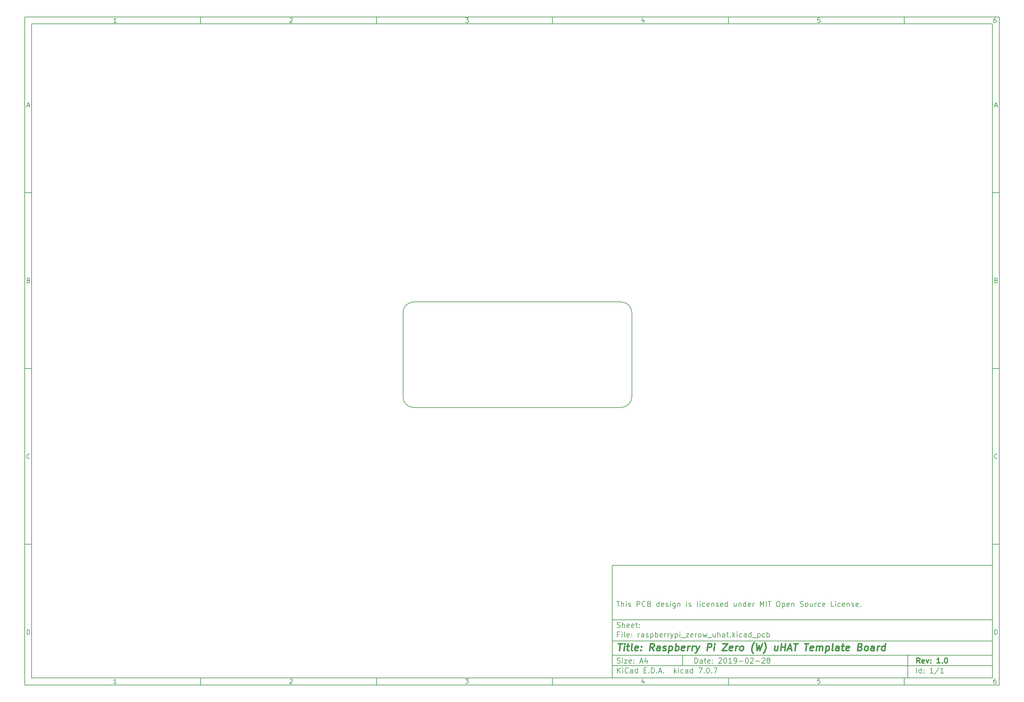
<source format=gbr>
G04 #@! TF.GenerationSoftware,KiCad,Pcbnew,7.0.7*
G04 #@! TF.CreationDate,2024-04-04T13:45:20+09:00*
G04 #@! TF.ProjectId,raspberrypi_zerow_uhat,72617370-6265-4727-9279-70695f7a6572,1.0*
G04 #@! TF.SameCoordinates,Original*
G04 #@! TF.FileFunction,Profile,NP*
%FSLAX46Y46*%
G04 Gerber Fmt 4.6, Leading zero omitted, Abs format (unit mm)*
G04 Created by KiCad (PCBNEW 7.0.7) date 2024-04-04 13:45:20*
%MOMM*%
%LPD*%
G01*
G04 APERTURE LIST*
%ADD10C,0.100000*%
%ADD11C,0.150000*%
%ADD12C,0.300000*%
%ADD13C,0.400000*%
G04 #@! TA.AperFunction,Profile*
%ADD14C,0.150000*%
G04 #@! TD*
G04 APERTURE END LIST*
D10*
D11*
X177002200Y-166007200D02*
X285002200Y-166007200D01*
X285002200Y-198007200D01*
X177002200Y-198007200D01*
X177002200Y-166007200D01*
D10*
D11*
X10000000Y-10000000D02*
X287002200Y-10000000D01*
X287002200Y-200007200D01*
X10000000Y-200007200D01*
X10000000Y-10000000D01*
D10*
D11*
X12000000Y-12000000D02*
X285002200Y-12000000D01*
X285002200Y-198007200D01*
X12000000Y-198007200D01*
X12000000Y-12000000D01*
D10*
D11*
X60000000Y-12000000D02*
X60000000Y-10000000D01*
D10*
D11*
X110000000Y-12000000D02*
X110000000Y-10000000D01*
D10*
D11*
X160000000Y-12000000D02*
X160000000Y-10000000D01*
D10*
D11*
X210000000Y-12000000D02*
X210000000Y-10000000D01*
D10*
D11*
X260000000Y-12000000D02*
X260000000Y-10000000D01*
D10*
D11*
X36089160Y-11593604D02*
X35346303Y-11593604D01*
X35717731Y-11593604D02*
X35717731Y-10293604D01*
X35717731Y-10293604D02*
X35593922Y-10479319D01*
X35593922Y-10479319D02*
X35470112Y-10603128D01*
X35470112Y-10603128D02*
X35346303Y-10665033D01*
D10*
D11*
X85346303Y-10417414D02*
X85408207Y-10355509D01*
X85408207Y-10355509D02*
X85532017Y-10293604D01*
X85532017Y-10293604D02*
X85841541Y-10293604D01*
X85841541Y-10293604D02*
X85965350Y-10355509D01*
X85965350Y-10355509D02*
X86027255Y-10417414D01*
X86027255Y-10417414D02*
X86089160Y-10541223D01*
X86089160Y-10541223D02*
X86089160Y-10665033D01*
X86089160Y-10665033D02*
X86027255Y-10850747D01*
X86027255Y-10850747D02*
X85284398Y-11593604D01*
X85284398Y-11593604D02*
X86089160Y-11593604D01*
D10*
D11*
X135284398Y-10293604D02*
X136089160Y-10293604D01*
X136089160Y-10293604D02*
X135655826Y-10788842D01*
X135655826Y-10788842D02*
X135841541Y-10788842D01*
X135841541Y-10788842D02*
X135965350Y-10850747D01*
X135965350Y-10850747D02*
X136027255Y-10912652D01*
X136027255Y-10912652D02*
X136089160Y-11036461D01*
X136089160Y-11036461D02*
X136089160Y-11345985D01*
X136089160Y-11345985D02*
X136027255Y-11469795D01*
X136027255Y-11469795D02*
X135965350Y-11531700D01*
X135965350Y-11531700D02*
X135841541Y-11593604D01*
X135841541Y-11593604D02*
X135470112Y-11593604D01*
X135470112Y-11593604D02*
X135346303Y-11531700D01*
X135346303Y-11531700D02*
X135284398Y-11469795D01*
D10*
D11*
X185965350Y-10726938D02*
X185965350Y-11593604D01*
X185655826Y-10231700D02*
X185346303Y-11160271D01*
X185346303Y-11160271D02*
X186151064Y-11160271D01*
D10*
D11*
X236027255Y-10293604D02*
X235408207Y-10293604D01*
X235408207Y-10293604D02*
X235346303Y-10912652D01*
X235346303Y-10912652D02*
X235408207Y-10850747D01*
X235408207Y-10850747D02*
X235532017Y-10788842D01*
X235532017Y-10788842D02*
X235841541Y-10788842D01*
X235841541Y-10788842D02*
X235965350Y-10850747D01*
X235965350Y-10850747D02*
X236027255Y-10912652D01*
X236027255Y-10912652D02*
X236089160Y-11036461D01*
X236089160Y-11036461D02*
X236089160Y-11345985D01*
X236089160Y-11345985D02*
X236027255Y-11469795D01*
X236027255Y-11469795D02*
X235965350Y-11531700D01*
X235965350Y-11531700D02*
X235841541Y-11593604D01*
X235841541Y-11593604D02*
X235532017Y-11593604D01*
X235532017Y-11593604D02*
X235408207Y-11531700D01*
X235408207Y-11531700D02*
X235346303Y-11469795D01*
D10*
D11*
X285965350Y-10293604D02*
X285717731Y-10293604D01*
X285717731Y-10293604D02*
X285593922Y-10355509D01*
X285593922Y-10355509D02*
X285532017Y-10417414D01*
X285532017Y-10417414D02*
X285408207Y-10603128D01*
X285408207Y-10603128D02*
X285346303Y-10850747D01*
X285346303Y-10850747D02*
X285346303Y-11345985D01*
X285346303Y-11345985D02*
X285408207Y-11469795D01*
X285408207Y-11469795D02*
X285470112Y-11531700D01*
X285470112Y-11531700D02*
X285593922Y-11593604D01*
X285593922Y-11593604D02*
X285841541Y-11593604D01*
X285841541Y-11593604D02*
X285965350Y-11531700D01*
X285965350Y-11531700D02*
X286027255Y-11469795D01*
X286027255Y-11469795D02*
X286089160Y-11345985D01*
X286089160Y-11345985D02*
X286089160Y-11036461D01*
X286089160Y-11036461D02*
X286027255Y-10912652D01*
X286027255Y-10912652D02*
X285965350Y-10850747D01*
X285965350Y-10850747D02*
X285841541Y-10788842D01*
X285841541Y-10788842D02*
X285593922Y-10788842D01*
X285593922Y-10788842D02*
X285470112Y-10850747D01*
X285470112Y-10850747D02*
X285408207Y-10912652D01*
X285408207Y-10912652D02*
X285346303Y-11036461D01*
D10*
D11*
X60000000Y-198007200D02*
X60000000Y-200007200D01*
D10*
D11*
X110000000Y-198007200D02*
X110000000Y-200007200D01*
D10*
D11*
X160000000Y-198007200D02*
X160000000Y-200007200D01*
D10*
D11*
X210000000Y-198007200D02*
X210000000Y-200007200D01*
D10*
D11*
X260000000Y-198007200D02*
X260000000Y-200007200D01*
D10*
D11*
X36089160Y-199600804D02*
X35346303Y-199600804D01*
X35717731Y-199600804D02*
X35717731Y-198300804D01*
X35717731Y-198300804D02*
X35593922Y-198486519D01*
X35593922Y-198486519D02*
X35470112Y-198610328D01*
X35470112Y-198610328D02*
X35346303Y-198672233D01*
D10*
D11*
X85346303Y-198424614D02*
X85408207Y-198362709D01*
X85408207Y-198362709D02*
X85532017Y-198300804D01*
X85532017Y-198300804D02*
X85841541Y-198300804D01*
X85841541Y-198300804D02*
X85965350Y-198362709D01*
X85965350Y-198362709D02*
X86027255Y-198424614D01*
X86027255Y-198424614D02*
X86089160Y-198548423D01*
X86089160Y-198548423D02*
X86089160Y-198672233D01*
X86089160Y-198672233D02*
X86027255Y-198857947D01*
X86027255Y-198857947D02*
X85284398Y-199600804D01*
X85284398Y-199600804D02*
X86089160Y-199600804D01*
D10*
D11*
X135284398Y-198300804D02*
X136089160Y-198300804D01*
X136089160Y-198300804D02*
X135655826Y-198796042D01*
X135655826Y-198796042D02*
X135841541Y-198796042D01*
X135841541Y-198796042D02*
X135965350Y-198857947D01*
X135965350Y-198857947D02*
X136027255Y-198919852D01*
X136027255Y-198919852D02*
X136089160Y-199043661D01*
X136089160Y-199043661D02*
X136089160Y-199353185D01*
X136089160Y-199353185D02*
X136027255Y-199476995D01*
X136027255Y-199476995D02*
X135965350Y-199538900D01*
X135965350Y-199538900D02*
X135841541Y-199600804D01*
X135841541Y-199600804D02*
X135470112Y-199600804D01*
X135470112Y-199600804D02*
X135346303Y-199538900D01*
X135346303Y-199538900D02*
X135284398Y-199476995D01*
D10*
D11*
X185965350Y-198734138D02*
X185965350Y-199600804D01*
X185655826Y-198238900D02*
X185346303Y-199167471D01*
X185346303Y-199167471D02*
X186151064Y-199167471D01*
D10*
D11*
X236027255Y-198300804D02*
X235408207Y-198300804D01*
X235408207Y-198300804D02*
X235346303Y-198919852D01*
X235346303Y-198919852D02*
X235408207Y-198857947D01*
X235408207Y-198857947D02*
X235532017Y-198796042D01*
X235532017Y-198796042D02*
X235841541Y-198796042D01*
X235841541Y-198796042D02*
X235965350Y-198857947D01*
X235965350Y-198857947D02*
X236027255Y-198919852D01*
X236027255Y-198919852D02*
X236089160Y-199043661D01*
X236089160Y-199043661D02*
X236089160Y-199353185D01*
X236089160Y-199353185D02*
X236027255Y-199476995D01*
X236027255Y-199476995D02*
X235965350Y-199538900D01*
X235965350Y-199538900D02*
X235841541Y-199600804D01*
X235841541Y-199600804D02*
X235532017Y-199600804D01*
X235532017Y-199600804D02*
X235408207Y-199538900D01*
X235408207Y-199538900D02*
X235346303Y-199476995D01*
D10*
D11*
X285965350Y-198300804D02*
X285717731Y-198300804D01*
X285717731Y-198300804D02*
X285593922Y-198362709D01*
X285593922Y-198362709D02*
X285532017Y-198424614D01*
X285532017Y-198424614D02*
X285408207Y-198610328D01*
X285408207Y-198610328D02*
X285346303Y-198857947D01*
X285346303Y-198857947D02*
X285346303Y-199353185D01*
X285346303Y-199353185D02*
X285408207Y-199476995D01*
X285408207Y-199476995D02*
X285470112Y-199538900D01*
X285470112Y-199538900D02*
X285593922Y-199600804D01*
X285593922Y-199600804D02*
X285841541Y-199600804D01*
X285841541Y-199600804D02*
X285965350Y-199538900D01*
X285965350Y-199538900D02*
X286027255Y-199476995D01*
X286027255Y-199476995D02*
X286089160Y-199353185D01*
X286089160Y-199353185D02*
X286089160Y-199043661D01*
X286089160Y-199043661D02*
X286027255Y-198919852D01*
X286027255Y-198919852D02*
X285965350Y-198857947D01*
X285965350Y-198857947D02*
X285841541Y-198796042D01*
X285841541Y-198796042D02*
X285593922Y-198796042D01*
X285593922Y-198796042D02*
X285470112Y-198857947D01*
X285470112Y-198857947D02*
X285408207Y-198919852D01*
X285408207Y-198919852D02*
X285346303Y-199043661D01*
D10*
D11*
X10000000Y-60000000D02*
X12000000Y-60000000D01*
D10*
D11*
X10000000Y-110000000D02*
X12000000Y-110000000D01*
D10*
D11*
X10000000Y-160000000D02*
X12000000Y-160000000D01*
D10*
D11*
X10690476Y-35222176D02*
X11309523Y-35222176D01*
X10566666Y-35593604D02*
X10999999Y-34293604D01*
X10999999Y-34293604D02*
X11433333Y-35593604D01*
D10*
D11*
X11092857Y-84912652D02*
X11278571Y-84974557D01*
X11278571Y-84974557D02*
X11340476Y-85036461D01*
X11340476Y-85036461D02*
X11402380Y-85160271D01*
X11402380Y-85160271D02*
X11402380Y-85345985D01*
X11402380Y-85345985D02*
X11340476Y-85469795D01*
X11340476Y-85469795D02*
X11278571Y-85531700D01*
X11278571Y-85531700D02*
X11154761Y-85593604D01*
X11154761Y-85593604D02*
X10659523Y-85593604D01*
X10659523Y-85593604D02*
X10659523Y-84293604D01*
X10659523Y-84293604D02*
X11092857Y-84293604D01*
X11092857Y-84293604D02*
X11216666Y-84355509D01*
X11216666Y-84355509D02*
X11278571Y-84417414D01*
X11278571Y-84417414D02*
X11340476Y-84541223D01*
X11340476Y-84541223D02*
X11340476Y-84665033D01*
X11340476Y-84665033D02*
X11278571Y-84788842D01*
X11278571Y-84788842D02*
X11216666Y-84850747D01*
X11216666Y-84850747D02*
X11092857Y-84912652D01*
X11092857Y-84912652D02*
X10659523Y-84912652D01*
D10*
D11*
X11402380Y-135469795D02*
X11340476Y-135531700D01*
X11340476Y-135531700D02*
X11154761Y-135593604D01*
X11154761Y-135593604D02*
X11030952Y-135593604D01*
X11030952Y-135593604D02*
X10845238Y-135531700D01*
X10845238Y-135531700D02*
X10721428Y-135407890D01*
X10721428Y-135407890D02*
X10659523Y-135284080D01*
X10659523Y-135284080D02*
X10597619Y-135036461D01*
X10597619Y-135036461D02*
X10597619Y-134850747D01*
X10597619Y-134850747D02*
X10659523Y-134603128D01*
X10659523Y-134603128D02*
X10721428Y-134479319D01*
X10721428Y-134479319D02*
X10845238Y-134355509D01*
X10845238Y-134355509D02*
X11030952Y-134293604D01*
X11030952Y-134293604D02*
X11154761Y-134293604D01*
X11154761Y-134293604D02*
X11340476Y-134355509D01*
X11340476Y-134355509D02*
X11402380Y-134417414D01*
D10*
D11*
X10659523Y-185593604D02*
X10659523Y-184293604D01*
X10659523Y-184293604D02*
X10969047Y-184293604D01*
X10969047Y-184293604D02*
X11154761Y-184355509D01*
X11154761Y-184355509D02*
X11278571Y-184479319D01*
X11278571Y-184479319D02*
X11340476Y-184603128D01*
X11340476Y-184603128D02*
X11402380Y-184850747D01*
X11402380Y-184850747D02*
X11402380Y-185036461D01*
X11402380Y-185036461D02*
X11340476Y-185284080D01*
X11340476Y-185284080D02*
X11278571Y-185407890D01*
X11278571Y-185407890D02*
X11154761Y-185531700D01*
X11154761Y-185531700D02*
X10969047Y-185593604D01*
X10969047Y-185593604D02*
X10659523Y-185593604D01*
D10*
D11*
X287002200Y-60000000D02*
X285002200Y-60000000D01*
D10*
D11*
X287002200Y-110000000D02*
X285002200Y-110000000D01*
D10*
D11*
X287002200Y-160000000D02*
X285002200Y-160000000D01*
D10*
D11*
X285692676Y-35222176D02*
X286311723Y-35222176D01*
X285568866Y-35593604D02*
X286002199Y-34293604D01*
X286002199Y-34293604D02*
X286435533Y-35593604D01*
D10*
D11*
X286095057Y-84912652D02*
X286280771Y-84974557D01*
X286280771Y-84974557D02*
X286342676Y-85036461D01*
X286342676Y-85036461D02*
X286404580Y-85160271D01*
X286404580Y-85160271D02*
X286404580Y-85345985D01*
X286404580Y-85345985D02*
X286342676Y-85469795D01*
X286342676Y-85469795D02*
X286280771Y-85531700D01*
X286280771Y-85531700D02*
X286156961Y-85593604D01*
X286156961Y-85593604D02*
X285661723Y-85593604D01*
X285661723Y-85593604D02*
X285661723Y-84293604D01*
X285661723Y-84293604D02*
X286095057Y-84293604D01*
X286095057Y-84293604D02*
X286218866Y-84355509D01*
X286218866Y-84355509D02*
X286280771Y-84417414D01*
X286280771Y-84417414D02*
X286342676Y-84541223D01*
X286342676Y-84541223D02*
X286342676Y-84665033D01*
X286342676Y-84665033D02*
X286280771Y-84788842D01*
X286280771Y-84788842D02*
X286218866Y-84850747D01*
X286218866Y-84850747D02*
X286095057Y-84912652D01*
X286095057Y-84912652D02*
X285661723Y-84912652D01*
D10*
D11*
X286404580Y-135469795D02*
X286342676Y-135531700D01*
X286342676Y-135531700D02*
X286156961Y-135593604D01*
X286156961Y-135593604D02*
X286033152Y-135593604D01*
X286033152Y-135593604D02*
X285847438Y-135531700D01*
X285847438Y-135531700D02*
X285723628Y-135407890D01*
X285723628Y-135407890D02*
X285661723Y-135284080D01*
X285661723Y-135284080D02*
X285599819Y-135036461D01*
X285599819Y-135036461D02*
X285599819Y-134850747D01*
X285599819Y-134850747D02*
X285661723Y-134603128D01*
X285661723Y-134603128D02*
X285723628Y-134479319D01*
X285723628Y-134479319D02*
X285847438Y-134355509D01*
X285847438Y-134355509D02*
X286033152Y-134293604D01*
X286033152Y-134293604D02*
X286156961Y-134293604D01*
X286156961Y-134293604D02*
X286342676Y-134355509D01*
X286342676Y-134355509D02*
X286404580Y-134417414D01*
D10*
D11*
X285661723Y-185593604D02*
X285661723Y-184293604D01*
X285661723Y-184293604D02*
X285971247Y-184293604D01*
X285971247Y-184293604D02*
X286156961Y-184355509D01*
X286156961Y-184355509D02*
X286280771Y-184479319D01*
X286280771Y-184479319D02*
X286342676Y-184603128D01*
X286342676Y-184603128D02*
X286404580Y-184850747D01*
X286404580Y-184850747D02*
X286404580Y-185036461D01*
X286404580Y-185036461D02*
X286342676Y-185284080D01*
X286342676Y-185284080D02*
X286280771Y-185407890D01*
X286280771Y-185407890D02*
X286156961Y-185531700D01*
X286156961Y-185531700D02*
X285971247Y-185593604D01*
X285971247Y-185593604D02*
X285661723Y-185593604D01*
D10*
D11*
X200458026Y-193793328D02*
X200458026Y-192293328D01*
X200458026Y-192293328D02*
X200815169Y-192293328D01*
X200815169Y-192293328D02*
X201029455Y-192364757D01*
X201029455Y-192364757D02*
X201172312Y-192507614D01*
X201172312Y-192507614D02*
X201243741Y-192650471D01*
X201243741Y-192650471D02*
X201315169Y-192936185D01*
X201315169Y-192936185D02*
X201315169Y-193150471D01*
X201315169Y-193150471D02*
X201243741Y-193436185D01*
X201243741Y-193436185D02*
X201172312Y-193579042D01*
X201172312Y-193579042D02*
X201029455Y-193721900D01*
X201029455Y-193721900D02*
X200815169Y-193793328D01*
X200815169Y-193793328D02*
X200458026Y-193793328D01*
X202600884Y-193793328D02*
X202600884Y-193007614D01*
X202600884Y-193007614D02*
X202529455Y-192864757D01*
X202529455Y-192864757D02*
X202386598Y-192793328D01*
X202386598Y-192793328D02*
X202100884Y-192793328D01*
X202100884Y-192793328D02*
X201958026Y-192864757D01*
X202600884Y-193721900D02*
X202458026Y-193793328D01*
X202458026Y-193793328D02*
X202100884Y-193793328D01*
X202100884Y-193793328D02*
X201958026Y-193721900D01*
X201958026Y-193721900D02*
X201886598Y-193579042D01*
X201886598Y-193579042D02*
X201886598Y-193436185D01*
X201886598Y-193436185D02*
X201958026Y-193293328D01*
X201958026Y-193293328D02*
X202100884Y-193221900D01*
X202100884Y-193221900D02*
X202458026Y-193221900D01*
X202458026Y-193221900D02*
X202600884Y-193150471D01*
X203100884Y-192793328D02*
X203672312Y-192793328D01*
X203315169Y-192293328D02*
X203315169Y-193579042D01*
X203315169Y-193579042D02*
X203386598Y-193721900D01*
X203386598Y-193721900D02*
X203529455Y-193793328D01*
X203529455Y-193793328D02*
X203672312Y-193793328D01*
X204743741Y-193721900D02*
X204600884Y-193793328D01*
X204600884Y-193793328D02*
X204315170Y-193793328D01*
X204315170Y-193793328D02*
X204172312Y-193721900D01*
X204172312Y-193721900D02*
X204100884Y-193579042D01*
X204100884Y-193579042D02*
X204100884Y-193007614D01*
X204100884Y-193007614D02*
X204172312Y-192864757D01*
X204172312Y-192864757D02*
X204315170Y-192793328D01*
X204315170Y-192793328D02*
X204600884Y-192793328D01*
X204600884Y-192793328D02*
X204743741Y-192864757D01*
X204743741Y-192864757D02*
X204815170Y-193007614D01*
X204815170Y-193007614D02*
X204815170Y-193150471D01*
X204815170Y-193150471D02*
X204100884Y-193293328D01*
X205458026Y-193650471D02*
X205529455Y-193721900D01*
X205529455Y-193721900D02*
X205458026Y-193793328D01*
X205458026Y-193793328D02*
X205386598Y-193721900D01*
X205386598Y-193721900D02*
X205458026Y-193650471D01*
X205458026Y-193650471D02*
X205458026Y-193793328D01*
X205458026Y-192864757D02*
X205529455Y-192936185D01*
X205529455Y-192936185D02*
X205458026Y-193007614D01*
X205458026Y-193007614D02*
X205386598Y-192936185D01*
X205386598Y-192936185D02*
X205458026Y-192864757D01*
X205458026Y-192864757D02*
X205458026Y-193007614D01*
X207243741Y-192436185D02*
X207315169Y-192364757D01*
X207315169Y-192364757D02*
X207458027Y-192293328D01*
X207458027Y-192293328D02*
X207815169Y-192293328D01*
X207815169Y-192293328D02*
X207958027Y-192364757D01*
X207958027Y-192364757D02*
X208029455Y-192436185D01*
X208029455Y-192436185D02*
X208100884Y-192579042D01*
X208100884Y-192579042D02*
X208100884Y-192721900D01*
X208100884Y-192721900D02*
X208029455Y-192936185D01*
X208029455Y-192936185D02*
X207172312Y-193793328D01*
X207172312Y-193793328D02*
X208100884Y-193793328D01*
X209029455Y-192293328D02*
X209172312Y-192293328D01*
X209172312Y-192293328D02*
X209315169Y-192364757D01*
X209315169Y-192364757D02*
X209386598Y-192436185D01*
X209386598Y-192436185D02*
X209458026Y-192579042D01*
X209458026Y-192579042D02*
X209529455Y-192864757D01*
X209529455Y-192864757D02*
X209529455Y-193221900D01*
X209529455Y-193221900D02*
X209458026Y-193507614D01*
X209458026Y-193507614D02*
X209386598Y-193650471D01*
X209386598Y-193650471D02*
X209315169Y-193721900D01*
X209315169Y-193721900D02*
X209172312Y-193793328D01*
X209172312Y-193793328D02*
X209029455Y-193793328D01*
X209029455Y-193793328D02*
X208886598Y-193721900D01*
X208886598Y-193721900D02*
X208815169Y-193650471D01*
X208815169Y-193650471D02*
X208743740Y-193507614D01*
X208743740Y-193507614D02*
X208672312Y-193221900D01*
X208672312Y-193221900D02*
X208672312Y-192864757D01*
X208672312Y-192864757D02*
X208743740Y-192579042D01*
X208743740Y-192579042D02*
X208815169Y-192436185D01*
X208815169Y-192436185D02*
X208886598Y-192364757D01*
X208886598Y-192364757D02*
X209029455Y-192293328D01*
X210958026Y-193793328D02*
X210100883Y-193793328D01*
X210529454Y-193793328D02*
X210529454Y-192293328D01*
X210529454Y-192293328D02*
X210386597Y-192507614D01*
X210386597Y-192507614D02*
X210243740Y-192650471D01*
X210243740Y-192650471D02*
X210100883Y-192721900D01*
X211672311Y-193793328D02*
X211958025Y-193793328D01*
X211958025Y-193793328D02*
X212100882Y-193721900D01*
X212100882Y-193721900D02*
X212172311Y-193650471D01*
X212172311Y-193650471D02*
X212315168Y-193436185D01*
X212315168Y-193436185D02*
X212386597Y-193150471D01*
X212386597Y-193150471D02*
X212386597Y-192579042D01*
X212386597Y-192579042D02*
X212315168Y-192436185D01*
X212315168Y-192436185D02*
X212243740Y-192364757D01*
X212243740Y-192364757D02*
X212100882Y-192293328D01*
X212100882Y-192293328D02*
X211815168Y-192293328D01*
X211815168Y-192293328D02*
X211672311Y-192364757D01*
X211672311Y-192364757D02*
X211600882Y-192436185D01*
X211600882Y-192436185D02*
X211529454Y-192579042D01*
X211529454Y-192579042D02*
X211529454Y-192936185D01*
X211529454Y-192936185D02*
X211600882Y-193079042D01*
X211600882Y-193079042D02*
X211672311Y-193150471D01*
X211672311Y-193150471D02*
X211815168Y-193221900D01*
X211815168Y-193221900D02*
X212100882Y-193221900D01*
X212100882Y-193221900D02*
X212243740Y-193150471D01*
X212243740Y-193150471D02*
X212315168Y-193079042D01*
X212315168Y-193079042D02*
X212386597Y-192936185D01*
X213029453Y-193221900D02*
X214172311Y-193221900D01*
X215172311Y-192293328D02*
X215315168Y-192293328D01*
X215315168Y-192293328D02*
X215458025Y-192364757D01*
X215458025Y-192364757D02*
X215529454Y-192436185D01*
X215529454Y-192436185D02*
X215600882Y-192579042D01*
X215600882Y-192579042D02*
X215672311Y-192864757D01*
X215672311Y-192864757D02*
X215672311Y-193221900D01*
X215672311Y-193221900D02*
X215600882Y-193507614D01*
X215600882Y-193507614D02*
X215529454Y-193650471D01*
X215529454Y-193650471D02*
X215458025Y-193721900D01*
X215458025Y-193721900D02*
X215315168Y-193793328D01*
X215315168Y-193793328D02*
X215172311Y-193793328D01*
X215172311Y-193793328D02*
X215029454Y-193721900D01*
X215029454Y-193721900D02*
X214958025Y-193650471D01*
X214958025Y-193650471D02*
X214886596Y-193507614D01*
X214886596Y-193507614D02*
X214815168Y-193221900D01*
X214815168Y-193221900D02*
X214815168Y-192864757D01*
X214815168Y-192864757D02*
X214886596Y-192579042D01*
X214886596Y-192579042D02*
X214958025Y-192436185D01*
X214958025Y-192436185D02*
X215029454Y-192364757D01*
X215029454Y-192364757D02*
X215172311Y-192293328D01*
X216243739Y-192436185D02*
X216315167Y-192364757D01*
X216315167Y-192364757D02*
X216458025Y-192293328D01*
X216458025Y-192293328D02*
X216815167Y-192293328D01*
X216815167Y-192293328D02*
X216958025Y-192364757D01*
X216958025Y-192364757D02*
X217029453Y-192436185D01*
X217029453Y-192436185D02*
X217100882Y-192579042D01*
X217100882Y-192579042D02*
X217100882Y-192721900D01*
X217100882Y-192721900D02*
X217029453Y-192936185D01*
X217029453Y-192936185D02*
X216172310Y-193793328D01*
X216172310Y-193793328D02*
X217100882Y-193793328D01*
X217743738Y-193221900D02*
X218886596Y-193221900D01*
X219529453Y-192436185D02*
X219600881Y-192364757D01*
X219600881Y-192364757D02*
X219743739Y-192293328D01*
X219743739Y-192293328D02*
X220100881Y-192293328D01*
X220100881Y-192293328D02*
X220243739Y-192364757D01*
X220243739Y-192364757D02*
X220315167Y-192436185D01*
X220315167Y-192436185D02*
X220386596Y-192579042D01*
X220386596Y-192579042D02*
X220386596Y-192721900D01*
X220386596Y-192721900D02*
X220315167Y-192936185D01*
X220315167Y-192936185D02*
X219458024Y-193793328D01*
X219458024Y-193793328D02*
X220386596Y-193793328D01*
X221243738Y-192936185D02*
X221100881Y-192864757D01*
X221100881Y-192864757D02*
X221029452Y-192793328D01*
X221029452Y-192793328D02*
X220958024Y-192650471D01*
X220958024Y-192650471D02*
X220958024Y-192579042D01*
X220958024Y-192579042D02*
X221029452Y-192436185D01*
X221029452Y-192436185D02*
X221100881Y-192364757D01*
X221100881Y-192364757D02*
X221243738Y-192293328D01*
X221243738Y-192293328D02*
X221529452Y-192293328D01*
X221529452Y-192293328D02*
X221672310Y-192364757D01*
X221672310Y-192364757D02*
X221743738Y-192436185D01*
X221743738Y-192436185D02*
X221815167Y-192579042D01*
X221815167Y-192579042D02*
X221815167Y-192650471D01*
X221815167Y-192650471D02*
X221743738Y-192793328D01*
X221743738Y-192793328D02*
X221672310Y-192864757D01*
X221672310Y-192864757D02*
X221529452Y-192936185D01*
X221529452Y-192936185D02*
X221243738Y-192936185D01*
X221243738Y-192936185D02*
X221100881Y-193007614D01*
X221100881Y-193007614D02*
X221029452Y-193079042D01*
X221029452Y-193079042D02*
X220958024Y-193221900D01*
X220958024Y-193221900D02*
X220958024Y-193507614D01*
X220958024Y-193507614D02*
X221029452Y-193650471D01*
X221029452Y-193650471D02*
X221100881Y-193721900D01*
X221100881Y-193721900D02*
X221243738Y-193793328D01*
X221243738Y-193793328D02*
X221529452Y-193793328D01*
X221529452Y-193793328D02*
X221672310Y-193721900D01*
X221672310Y-193721900D02*
X221743738Y-193650471D01*
X221743738Y-193650471D02*
X221815167Y-193507614D01*
X221815167Y-193507614D02*
X221815167Y-193221900D01*
X221815167Y-193221900D02*
X221743738Y-193079042D01*
X221743738Y-193079042D02*
X221672310Y-193007614D01*
X221672310Y-193007614D02*
X221529452Y-192936185D01*
D10*
D11*
X177002200Y-194507200D02*
X285002200Y-194507200D01*
D10*
D11*
X178458026Y-196593328D02*
X178458026Y-195093328D01*
X179315169Y-196593328D02*
X178672312Y-195736185D01*
X179315169Y-195093328D02*
X178458026Y-195950471D01*
X179958026Y-196593328D02*
X179958026Y-195593328D01*
X179958026Y-195093328D02*
X179886598Y-195164757D01*
X179886598Y-195164757D02*
X179958026Y-195236185D01*
X179958026Y-195236185D02*
X180029455Y-195164757D01*
X180029455Y-195164757D02*
X179958026Y-195093328D01*
X179958026Y-195093328D02*
X179958026Y-195236185D01*
X181529455Y-196450471D02*
X181458027Y-196521900D01*
X181458027Y-196521900D02*
X181243741Y-196593328D01*
X181243741Y-196593328D02*
X181100884Y-196593328D01*
X181100884Y-196593328D02*
X180886598Y-196521900D01*
X180886598Y-196521900D02*
X180743741Y-196379042D01*
X180743741Y-196379042D02*
X180672312Y-196236185D01*
X180672312Y-196236185D02*
X180600884Y-195950471D01*
X180600884Y-195950471D02*
X180600884Y-195736185D01*
X180600884Y-195736185D02*
X180672312Y-195450471D01*
X180672312Y-195450471D02*
X180743741Y-195307614D01*
X180743741Y-195307614D02*
X180886598Y-195164757D01*
X180886598Y-195164757D02*
X181100884Y-195093328D01*
X181100884Y-195093328D02*
X181243741Y-195093328D01*
X181243741Y-195093328D02*
X181458027Y-195164757D01*
X181458027Y-195164757D02*
X181529455Y-195236185D01*
X182815170Y-196593328D02*
X182815170Y-195807614D01*
X182815170Y-195807614D02*
X182743741Y-195664757D01*
X182743741Y-195664757D02*
X182600884Y-195593328D01*
X182600884Y-195593328D02*
X182315170Y-195593328D01*
X182315170Y-195593328D02*
X182172312Y-195664757D01*
X182815170Y-196521900D02*
X182672312Y-196593328D01*
X182672312Y-196593328D02*
X182315170Y-196593328D01*
X182315170Y-196593328D02*
X182172312Y-196521900D01*
X182172312Y-196521900D02*
X182100884Y-196379042D01*
X182100884Y-196379042D02*
X182100884Y-196236185D01*
X182100884Y-196236185D02*
X182172312Y-196093328D01*
X182172312Y-196093328D02*
X182315170Y-196021900D01*
X182315170Y-196021900D02*
X182672312Y-196021900D01*
X182672312Y-196021900D02*
X182815170Y-195950471D01*
X184172313Y-196593328D02*
X184172313Y-195093328D01*
X184172313Y-196521900D02*
X184029455Y-196593328D01*
X184029455Y-196593328D02*
X183743741Y-196593328D01*
X183743741Y-196593328D02*
X183600884Y-196521900D01*
X183600884Y-196521900D02*
X183529455Y-196450471D01*
X183529455Y-196450471D02*
X183458027Y-196307614D01*
X183458027Y-196307614D02*
X183458027Y-195879042D01*
X183458027Y-195879042D02*
X183529455Y-195736185D01*
X183529455Y-195736185D02*
X183600884Y-195664757D01*
X183600884Y-195664757D02*
X183743741Y-195593328D01*
X183743741Y-195593328D02*
X184029455Y-195593328D01*
X184029455Y-195593328D02*
X184172313Y-195664757D01*
X186029455Y-195807614D02*
X186529455Y-195807614D01*
X186743741Y-196593328D02*
X186029455Y-196593328D01*
X186029455Y-196593328D02*
X186029455Y-195093328D01*
X186029455Y-195093328D02*
X186743741Y-195093328D01*
X187386598Y-196450471D02*
X187458027Y-196521900D01*
X187458027Y-196521900D02*
X187386598Y-196593328D01*
X187386598Y-196593328D02*
X187315170Y-196521900D01*
X187315170Y-196521900D02*
X187386598Y-196450471D01*
X187386598Y-196450471D02*
X187386598Y-196593328D01*
X188100884Y-196593328D02*
X188100884Y-195093328D01*
X188100884Y-195093328D02*
X188458027Y-195093328D01*
X188458027Y-195093328D02*
X188672313Y-195164757D01*
X188672313Y-195164757D02*
X188815170Y-195307614D01*
X188815170Y-195307614D02*
X188886599Y-195450471D01*
X188886599Y-195450471D02*
X188958027Y-195736185D01*
X188958027Y-195736185D02*
X188958027Y-195950471D01*
X188958027Y-195950471D02*
X188886599Y-196236185D01*
X188886599Y-196236185D02*
X188815170Y-196379042D01*
X188815170Y-196379042D02*
X188672313Y-196521900D01*
X188672313Y-196521900D02*
X188458027Y-196593328D01*
X188458027Y-196593328D02*
X188100884Y-196593328D01*
X189600884Y-196450471D02*
X189672313Y-196521900D01*
X189672313Y-196521900D02*
X189600884Y-196593328D01*
X189600884Y-196593328D02*
X189529456Y-196521900D01*
X189529456Y-196521900D02*
X189600884Y-196450471D01*
X189600884Y-196450471D02*
X189600884Y-196593328D01*
X190243742Y-196164757D02*
X190958028Y-196164757D01*
X190100885Y-196593328D02*
X190600885Y-195093328D01*
X190600885Y-195093328D02*
X191100885Y-196593328D01*
X191600884Y-196450471D02*
X191672313Y-196521900D01*
X191672313Y-196521900D02*
X191600884Y-196593328D01*
X191600884Y-196593328D02*
X191529456Y-196521900D01*
X191529456Y-196521900D02*
X191600884Y-196450471D01*
X191600884Y-196450471D02*
X191600884Y-196593328D01*
X194600884Y-196593328D02*
X194600884Y-195093328D01*
X194743742Y-196021900D02*
X195172313Y-196593328D01*
X195172313Y-195593328D02*
X194600884Y-196164757D01*
X195815170Y-196593328D02*
X195815170Y-195593328D01*
X195815170Y-195093328D02*
X195743742Y-195164757D01*
X195743742Y-195164757D02*
X195815170Y-195236185D01*
X195815170Y-195236185D02*
X195886599Y-195164757D01*
X195886599Y-195164757D02*
X195815170Y-195093328D01*
X195815170Y-195093328D02*
X195815170Y-195236185D01*
X197172314Y-196521900D02*
X197029456Y-196593328D01*
X197029456Y-196593328D02*
X196743742Y-196593328D01*
X196743742Y-196593328D02*
X196600885Y-196521900D01*
X196600885Y-196521900D02*
X196529456Y-196450471D01*
X196529456Y-196450471D02*
X196458028Y-196307614D01*
X196458028Y-196307614D02*
X196458028Y-195879042D01*
X196458028Y-195879042D02*
X196529456Y-195736185D01*
X196529456Y-195736185D02*
X196600885Y-195664757D01*
X196600885Y-195664757D02*
X196743742Y-195593328D01*
X196743742Y-195593328D02*
X197029456Y-195593328D01*
X197029456Y-195593328D02*
X197172314Y-195664757D01*
X198458028Y-196593328D02*
X198458028Y-195807614D01*
X198458028Y-195807614D02*
X198386599Y-195664757D01*
X198386599Y-195664757D02*
X198243742Y-195593328D01*
X198243742Y-195593328D02*
X197958028Y-195593328D01*
X197958028Y-195593328D02*
X197815170Y-195664757D01*
X198458028Y-196521900D02*
X198315170Y-196593328D01*
X198315170Y-196593328D02*
X197958028Y-196593328D01*
X197958028Y-196593328D02*
X197815170Y-196521900D01*
X197815170Y-196521900D02*
X197743742Y-196379042D01*
X197743742Y-196379042D02*
X197743742Y-196236185D01*
X197743742Y-196236185D02*
X197815170Y-196093328D01*
X197815170Y-196093328D02*
X197958028Y-196021900D01*
X197958028Y-196021900D02*
X198315170Y-196021900D01*
X198315170Y-196021900D02*
X198458028Y-195950471D01*
X199815171Y-196593328D02*
X199815171Y-195093328D01*
X199815171Y-196521900D02*
X199672313Y-196593328D01*
X199672313Y-196593328D02*
X199386599Y-196593328D01*
X199386599Y-196593328D02*
X199243742Y-196521900D01*
X199243742Y-196521900D02*
X199172313Y-196450471D01*
X199172313Y-196450471D02*
X199100885Y-196307614D01*
X199100885Y-196307614D02*
X199100885Y-195879042D01*
X199100885Y-195879042D02*
X199172313Y-195736185D01*
X199172313Y-195736185D02*
X199243742Y-195664757D01*
X199243742Y-195664757D02*
X199386599Y-195593328D01*
X199386599Y-195593328D02*
X199672313Y-195593328D01*
X199672313Y-195593328D02*
X199815171Y-195664757D01*
X201529456Y-195093328D02*
X202529456Y-195093328D01*
X202529456Y-195093328D02*
X201886599Y-196593328D01*
X203100884Y-196450471D02*
X203172313Y-196521900D01*
X203172313Y-196521900D02*
X203100884Y-196593328D01*
X203100884Y-196593328D02*
X203029456Y-196521900D01*
X203029456Y-196521900D02*
X203100884Y-196450471D01*
X203100884Y-196450471D02*
X203100884Y-196593328D01*
X204100885Y-195093328D02*
X204243742Y-195093328D01*
X204243742Y-195093328D02*
X204386599Y-195164757D01*
X204386599Y-195164757D02*
X204458028Y-195236185D01*
X204458028Y-195236185D02*
X204529456Y-195379042D01*
X204529456Y-195379042D02*
X204600885Y-195664757D01*
X204600885Y-195664757D02*
X204600885Y-196021900D01*
X204600885Y-196021900D02*
X204529456Y-196307614D01*
X204529456Y-196307614D02*
X204458028Y-196450471D01*
X204458028Y-196450471D02*
X204386599Y-196521900D01*
X204386599Y-196521900D02*
X204243742Y-196593328D01*
X204243742Y-196593328D02*
X204100885Y-196593328D01*
X204100885Y-196593328D02*
X203958028Y-196521900D01*
X203958028Y-196521900D02*
X203886599Y-196450471D01*
X203886599Y-196450471D02*
X203815170Y-196307614D01*
X203815170Y-196307614D02*
X203743742Y-196021900D01*
X203743742Y-196021900D02*
X203743742Y-195664757D01*
X203743742Y-195664757D02*
X203815170Y-195379042D01*
X203815170Y-195379042D02*
X203886599Y-195236185D01*
X203886599Y-195236185D02*
X203958028Y-195164757D01*
X203958028Y-195164757D02*
X204100885Y-195093328D01*
X205243741Y-196450471D02*
X205315170Y-196521900D01*
X205315170Y-196521900D02*
X205243741Y-196593328D01*
X205243741Y-196593328D02*
X205172313Y-196521900D01*
X205172313Y-196521900D02*
X205243741Y-196450471D01*
X205243741Y-196450471D02*
X205243741Y-196593328D01*
X205815170Y-195093328D02*
X206815170Y-195093328D01*
X206815170Y-195093328D02*
X206172313Y-196593328D01*
D10*
D11*
X177002200Y-191507200D02*
X285002200Y-191507200D01*
D10*
D12*
X264413853Y-193785528D02*
X263913853Y-193071242D01*
X263556710Y-193785528D02*
X263556710Y-192285528D01*
X263556710Y-192285528D02*
X264128139Y-192285528D01*
X264128139Y-192285528D02*
X264270996Y-192356957D01*
X264270996Y-192356957D02*
X264342425Y-192428385D01*
X264342425Y-192428385D02*
X264413853Y-192571242D01*
X264413853Y-192571242D02*
X264413853Y-192785528D01*
X264413853Y-192785528D02*
X264342425Y-192928385D01*
X264342425Y-192928385D02*
X264270996Y-192999814D01*
X264270996Y-192999814D02*
X264128139Y-193071242D01*
X264128139Y-193071242D02*
X263556710Y-193071242D01*
X265628139Y-193714100D02*
X265485282Y-193785528D01*
X265485282Y-193785528D02*
X265199568Y-193785528D01*
X265199568Y-193785528D02*
X265056710Y-193714100D01*
X265056710Y-193714100D02*
X264985282Y-193571242D01*
X264985282Y-193571242D02*
X264985282Y-192999814D01*
X264985282Y-192999814D02*
X265056710Y-192856957D01*
X265056710Y-192856957D02*
X265199568Y-192785528D01*
X265199568Y-192785528D02*
X265485282Y-192785528D01*
X265485282Y-192785528D02*
X265628139Y-192856957D01*
X265628139Y-192856957D02*
X265699568Y-192999814D01*
X265699568Y-192999814D02*
X265699568Y-193142671D01*
X265699568Y-193142671D02*
X264985282Y-193285528D01*
X266199567Y-192785528D02*
X266556710Y-193785528D01*
X266556710Y-193785528D02*
X266913853Y-192785528D01*
X267485281Y-193642671D02*
X267556710Y-193714100D01*
X267556710Y-193714100D02*
X267485281Y-193785528D01*
X267485281Y-193785528D02*
X267413853Y-193714100D01*
X267413853Y-193714100D02*
X267485281Y-193642671D01*
X267485281Y-193642671D02*
X267485281Y-193785528D01*
X267485281Y-192856957D02*
X267556710Y-192928385D01*
X267556710Y-192928385D02*
X267485281Y-192999814D01*
X267485281Y-192999814D02*
X267413853Y-192928385D01*
X267413853Y-192928385D02*
X267485281Y-192856957D01*
X267485281Y-192856957D02*
X267485281Y-192999814D01*
X270128139Y-193785528D02*
X269270996Y-193785528D01*
X269699567Y-193785528D02*
X269699567Y-192285528D01*
X269699567Y-192285528D02*
X269556710Y-192499814D01*
X269556710Y-192499814D02*
X269413853Y-192642671D01*
X269413853Y-192642671D02*
X269270996Y-192714100D01*
X270770995Y-193642671D02*
X270842424Y-193714100D01*
X270842424Y-193714100D02*
X270770995Y-193785528D01*
X270770995Y-193785528D02*
X270699567Y-193714100D01*
X270699567Y-193714100D02*
X270770995Y-193642671D01*
X270770995Y-193642671D02*
X270770995Y-193785528D01*
X271770996Y-192285528D02*
X271913853Y-192285528D01*
X271913853Y-192285528D02*
X272056710Y-192356957D01*
X272056710Y-192356957D02*
X272128139Y-192428385D01*
X272128139Y-192428385D02*
X272199567Y-192571242D01*
X272199567Y-192571242D02*
X272270996Y-192856957D01*
X272270996Y-192856957D02*
X272270996Y-193214100D01*
X272270996Y-193214100D02*
X272199567Y-193499814D01*
X272199567Y-193499814D02*
X272128139Y-193642671D01*
X272128139Y-193642671D02*
X272056710Y-193714100D01*
X272056710Y-193714100D02*
X271913853Y-193785528D01*
X271913853Y-193785528D02*
X271770996Y-193785528D01*
X271770996Y-193785528D02*
X271628139Y-193714100D01*
X271628139Y-193714100D02*
X271556710Y-193642671D01*
X271556710Y-193642671D02*
X271485281Y-193499814D01*
X271485281Y-193499814D02*
X271413853Y-193214100D01*
X271413853Y-193214100D02*
X271413853Y-192856957D01*
X271413853Y-192856957D02*
X271485281Y-192571242D01*
X271485281Y-192571242D02*
X271556710Y-192428385D01*
X271556710Y-192428385D02*
X271628139Y-192356957D01*
X271628139Y-192356957D02*
X271770996Y-192285528D01*
D10*
D11*
X178386598Y-193721900D02*
X178600884Y-193793328D01*
X178600884Y-193793328D02*
X178958026Y-193793328D01*
X178958026Y-193793328D02*
X179100884Y-193721900D01*
X179100884Y-193721900D02*
X179172312Y-193650471D01*
X179172312Y-193650471D02*
X179243741Y-193507614D01*
X179243741Y-193507614D02*
X179243741Y-193364757D01*
X179243741Y-193364757D02*
X179172312Y-193221900D01*
X179172312Y-193221900D02*
X179100884Y-193150471D01*
X179100884Y-193150471D02*
X178958026Y-193079042D01*
X178958026Y-193079042D02*
X178672312Y-193007614D01*
X178672312Y-193007614D02*
X178529455Y-192936185D01*
X178529455Y-192936185D02*
X178458026Y-192864757D01*
X178458026Y-192864757D02*
X178386598Y-192721900D01*
X178386598Y-192721900D02*
X178386598Y-192579042D01*
X178386598Y-192579042D02*
X178458026Y-192436185D01*
X178458026Y-192436185D02*
X178529455Y-192364757D01*
X178529455Y-192364757D02*
X178672312Y-192293328D01*
X178672312Y-192293328D02*
X179029455Y-192293328D01*
X179029455Y-192293328D02*
X179243741Y-192364757D01*
X179886597Y-193793328D02*
X179886597Y-192793328D01*
X179886597Y-192293328D02*
X179815169Y-192364757D01*
X179815169Y-192364757D02*
X179886597Y-192436185D01*
X179886597Y-192436185D02*
X179958026Y-192364757D01*
X179958026Y-192364757D02*
X179886597Y-192293328D01*
X179886597Y-192293328D02*
X179886597Y-192436185D01*
X180458026Y-192793328D02*
X181243741Y-192793328D01*
X181243741Y-192793328D02*
X180458026Y-193793328D01*
X180458026Y-193793328D02*
X181243741Y-193793328D01*
X182386598Y-193721900D02*
X182243741Y-193793328D01*
X182243741Y-193793328D02*
X181958027Y-193793328D01*
X181958027Y-193793328D02*
X181815169Y-193721900D01*
X181815169Y-193721900D02*
X181743741Y-193579042D01*
X181743741Y-193579042D02*
X181743741Y-193007614D01*
X181743741Y-193007614D02*
X181815169Y-192864757D01*
X181815169Y-192864757D02*
X181958027Y-192793328D01*
X181958027Y-192793328D02*
X182243741Y-192793328D01*
X182243741Y-192793328D02*
X182386598Y-192864757D01*
X182386598Y-192864757D02*
X182458027Y-193007614D01*
X182458027Y-193007614D02*
X182458027Y-193150471D01*
X182458027Y-193150471D02*
X181743741Y-193293328D01*
X183100883Y-193650471D02*
X183172312Y-193721900D01*
X183172312Y-193721900D02*
X183100883Y-193793328D01*
X183100883Y-193793328D02*
X183029455Y-193721900D01*
X183029455Y-193721900D02*
X183100883Y-193650471D01*
X183100883Y-193650471D02*
X183100883Y-193793328D01*
X183100883Y-192864757D02*
X183172312Y-192936185D01*
X183172312Y-192936185D02*
X183100883Y-193007614D01*
X183100883Y-193007614D02*
X183029455Y-192936185D01*
X183029455Y-192936185D02*
X183100883Y-192864757D01*
X183100883Y-192864757D02*
X183100883Y-193007614D01*
X184886598Y-193364757D02*
X185600884Y-193364757D01*
X184743741Y-193793328D02*
X185243741Y-192293328D01*
X185243741Y-192293328D02*
X185743741Y-193793328D01*
X186886598Y-192793328D02*
X186886598Y-193793328D01*
X186529455Y-192221900D02*
X186172312Y-193293328D01*
X186172312Y-193293328D02*
X187100883Y-193293328D01*
D10*
D11*
X263458026Y-196593328D02*
X263458026Y-195093328D01*
X264815170Y-196593328D02*
X264815170Y-195093328D01*
X264815170Y-196521900D02*
X264672312Y-196593328D01*
X264672312Y-196593328D02*
X264386598Y-196593328D01*
X264386598Y-196593328D02*
X264243741Y-196521900D01*
X264243741Y-196521900D02*
X264172312Y-196450471D01*
X264172312Y-196450471D02*
X264100884Y-196307614D01*
X264100884Y-196307614D02*
X264100884Y-195879042D01*
X264100884Y-195879042D02*
X264172312Y-195736185D01*
X264172312Y-195736185D02*
X264243741Y-195664757D01*
X264243741Y-195664757D02*
X264386598Y-195593328D01*
X264386598Y-195593328D02*
X264672312Y-195593328D01*
X264672312Y-195593328D02*
X264815170Y-195664757D01*
X265529455Y-196450471D02*
X265600884Y-196521900D01*
X265600884Y-196521900D02*
X265529455Y-196593328D01*
X265529455Y-196593328D02*
X265458027Y-196521900D01*
X265458027Y-196521900D02*
X265529455Y-196450471D01*
X265529455Y-196450471D02*
X265529455Y-196593328D01*
X265529455Y-195664757D02*
X265600884Y-195736185D01*
X265600884Y-195736185D02*
X265529455Y-195807614D01*
X265529455Y-195807614D02*
X265458027Y-195736185D01*
X265458027Y-195736185D02*
X265529455Y-195664757D01*
X265529455Y-195664757D02*
X265529455Y-195807614D01*
X268172313Y-196593328D02*
X267315170Y-196593328D01*
X267743741Y-196593328D02*
X267743741Y-195093328D01*
X267743741Y-195093328D02*
X267600884Y-195307614D01*
X267600884Y-195307614D02*
X267458027Y-195450471D01*
X267458027Y-195450471D02*
X267315170Y-195521900D01*
X269886598Y-195021900D02*
X268600884Y-196950471D01*
X271172313Y-196593328D02*
X270315170Y-196593328D01*
X270743741Y-196593328D02*
X270743741Y-195093328D01*
X270743741Y-195093328D02*
X270600884Y-195307614D01*
X270600884Y-195307614D02*
X270458027Y-195450471D01*
X270458027Y-195450471D02*
X270315170Y-195521900D01*
D10*
D11*
X177002200Y-187507200D02*
X285002200Y-187507200D01*
D10*
D13*
X178693928Y-188211638D02*
X179836785Y-188211638D01*
X179015357Y-190211638D02*
X179265357Y-188211638D01*
X180253452Y-190211638D02*
X180420119Y-188878304D01*
X180503452Y-188211638D02*
X180396309Y-188306876D01*
X180396309Y-188306876D02*
X180479643Y-188402114D01*
X180479643Y-188402114D02*
X180586786Y-188306876D01*
X180586786Y-188306876D02*
X180503452Y-188211638D01*
X180503452Y-188211638D02*
X180479643Y-188402114D01*
X181086786Y-188878304D02*
X181848690Y-188878304D01*
X181455833Y-188211638D02*
X181241548Y-189925923D01*
X181241548Y-189925923D02*
X181312976Y-190116400D01*
X181312976Y-190116400D02*
X181491548Y-190211638D01*
X181491548Y-190211638D02*
X181682024Y-190211638D01*
X182634405Y-190211638D02*
X182455833Y-190116400D01*
X182455833Y-190116400D02*
X182384405Y-189925923D01*
X182384405Y-189925923D02*
X182598690Y-188211638D01*
X184170119Y-190116400D02*
X183967738Y-190211638D01*
X183967738Y-190211638D02*
X183586785Y-190211638D01*
X183586785Y-190211638D02*
X183408214Y-190116400D01*
X183408214Y-190116400D02*
X183336785Y-189925923D01*
X183336785Y-189925923D02*
X183432024Y-189164019D01*
X183432024Y-189164019D02*
X183551071Y-188973542D01*
X183551071Y-188973542D02*
X183753452Y-188878304D01*
X183753452Y-188878304D02*
X184134404Y-188878304D01*
X184134404Y-188878304D02*
X184312976Y-188973542D01*
X184312976Y-188973542D02*
X184384404Y-189164019D01*
X184384404Y-189164019D02*
X184360595Y-189354495D01*
X184360595Y-189354495D02*
X183384404Y-189544971D01*
X185134405Y-190021161D02*
X185217738Y-190116400D01*
X185217738Y-190116400D02*
X185110595Y-190211638D01*
X185110595Y-190211638D02*
X185027262Y-190116400D01*
X185027262Y-190116400D02*
X185134405Y-190021161D01*
X185134405Y-190021161D02*
X185110595Y-190211638D01*
X185265357Y-188973542D02*
X185348690Y-189068780D01*
X185348690Y-189068780D02*
X185241548Y-189164019D01*
X185241548Y-189164019D02*
X185158214Y-189068780D01*
X185158214Y-189068780D02*
X185265357Y-188973542D01*
X185265357Y-188973542D02*
X185241548Y-189164019D01*
X188729643Y-190211638D02*
X188182024Y-189259257D01*
X187586786Y-190211638D02*
X187836786Y-188211638D01*
X187836786Y-188211638D02*
X188598691Y-188211638D01*
X188598691Y-188211638D02*
X188777262Y-188306876D01*
X188777262Y-188306876D02*
X188860596Y-188402114D01*
X188860596Y-188402114D02*
X188932024Y-188592590D01*
X188932024Y-188592590D02*
X188896310Y-188878304D01*
X188896310Y-188878304D02*
X188777262Y-189068780D01*
X188777262Y-189068780D02*
X188670120Y-189164019D01*
X188670120Y-189164019D02*
X188467739Y-189259257D01*
X188467739Y-189259257D02*
X187705834Y-189259257D01*
X190443929Y-190211638D02*
X190574881Y-189164019D01*
X190574881Y-189164019D02*
X190503453Y-188973542D01*
X190503453Y-188973542D02*
X190324881Y-188878304D01*
X190324881Y-188878304D02*
X189943929Y-188878304D01*
X189943929Y-188878304D02*
X189741548Y-188973542D01*
X190455834Y-190116400D02*
X190253453Y-190211638D01*
X190253453Y-190211638D02*
X189777262Y-190211638D01*
X189777262Y-190211638D02*
X189598691Y-190116400D01*
X189598691Y-190116400D02*
X189527262Y-189925923D01*
X189527262Y-189925923D02*
X189551072Y-189735447D01*
X189551072Y-189735447D02*
X189670120Y-189544971D01*
X189670120Y-189544971D02*
X189872501Y-189449733D01*
X189872501Y-189449733D02*
X190348691Y-189449733D01*
X190348691Y-189449733D02*
X190551072Y-189354495D01*
X191312977Y-190116400D02*
X191491548Y-190211638D01*
X191491548Y-190211638D02*
X191872501Y-190211638D01*
X191872501Y-190211638D02*
X192074882Y-190116400D01*
X192074882Y-190116400D02*
X192193929Y-189925923D01*
X192193929Y-189925923D02*
X192205834Y-189830685D01*
X192205834Y-189830685D02*
X192134405Y-189640209D01*
X192134405Y-189640209D02*
X191955834Y-189544971D01*
X191955834Y-189544971D02*
X191670120Y-189544971D01*
X191670120Y-189544971D02*
X191491548Y-189449733D01*
X191491548Y-189449733D02*
X191420120Y-189259257D01*
X191420120Y-189259257D02*
X191432025Y-189164019D01*
X191432025Y-189164019D02*
X191551072Y-188973542D01*
X191551072Y-188973542D02*
X191753453Y-188878304D01*
X191753453Y-188878304D02*
X192039167Y-188878304D01*
X192039167Y-188878304D02*
X192217739Y-188973542D01*
X193182025Y-188878304D02*
X192932025Y-190878304D01*
X193170120Y-188973542D02*
X193372501Y-188878304D01*
X193372501Y-188878304D02*
X193753453Y-188878304D01*
X193753453Y-188878304D02*
X193932025Y-188973542D01*
X193932025Y-188973542D02*
X194015358Y-189068780D01*
X194015358Y-189068780D02*
X194086787Y-189259257D01*
X194086787Y-189259257D02*
X194015358Y-189830685D01*
X194015358Y-189830685D02*
X193896311Y-190021161D01*
X193896311Y-190021161D02*
X193789168Y-190116400D01*
X193789168Y-190116400D02*
X193586787Y-190211638D01*
X193586787Y-190211638D02*
X193205834Y-190211638D01*
X193205834Y-190211638D02*
X193027263Y-190116400D01*
X194824882Y-190211638D02*
X195074882Y-188211638D01*
X194979644Y-188973542D02*
X195182025Y-188878304D01*
X195182025Y-188878304D02*
X195562977Y-188878304D01*
X195562977Y-188878304D02*
X195741549Y-188973542D01*
X195741549Y-188973542D02*
X195824882Y-189068780D01*
X195824882Y-189068780D02*
X195896311Y-189259257D01*
X195896311Y-189259257D02*
X195824882Y-189830685D01*
X195824882Y-189830685D02*
X195705835Y-190021161D01*
X195705835Y-190021161D02*
X195598692Y-190116400D01*
X195598692Y-190116400D02*
X195396311Y-190211638D01*
X195396311Y-190211638D02*
X195015358Y-190211638D01*
X195015358Y-190211638D02*
X194836787Y-190116400D01*
X197408216Y-190116400D02*
X197205835Y-190211638D01*
X197205835Y-190211638D02*
X196824882Y-190211638D01*
X196824882Y-190211638D02*
X196646311Y-190116400D01*
X196646311Y-190116400D02*
X196574882Y-189925923D01*
X196574882Y-189925923D02*
X196670121Y-189164019D01*
X196670121Y-189164019D02*
X196789168Y-188973542D01*
X196789168Y-188973542D02*
X196991549Y-188878304D01*
X196991549Y-188878304D02*
X197372501Y-188878304D01*
X197372501Y-188878304D02*
X197551073Y-188973542D01*
X197551073Y-188973542D02*
X197622501Y-189164019D01*
X197622501Y-189164019D02*
X197598692Y-189354495D01*
X197598692Y-189354495D02*
X196622501Y-189544971D01*
X198348692Y-190211638D02*
X198515359Y-188878304D01*
X198467740Y-189259257D02*
X198586787Y-189068780D01*
X198586787Y-189068780D02*
X198693930Y-188973542D01*
X198693930Y-188973542D02*
X198896311Y-188878304D01*
X198896311Y-188878304D02*
X199086787Y-188878304D01*
X199586787Y-190211638D02*
X199753454Y-188878304D01*
X199705835Y-189259257D02*
X199824882Y-189068780D01*
X199824882Y-189068780D02*
X199932025Y-188973542D01*
X199932025Y-188973542D02*
X200134406Y-188878304D01*
X200134406Y-188878304D02*
X200324882Y-188878304D01*
X200801073Y-188878304D02*
X201110597Y-190211638D01*
X201753454Y-188878304D02*
X201110597Y-190211638D01*
X201110597Y-190211638D02*
X200860597Y-190687828D01*
X200860597Y-190687828D02*
X200753454Y-190783066D01*
X200753454Y-190783066D02*
X200551073Y-190878304D01*
X203872502Y-190211638D02*
X204122502Y-188211638D01*
X204122502Y-188211638D02*
X204884407Y-188211638D01*
X204884407Y-188211638D02*
X205062978Y-188306876D01*
X205062978Y-188306876D02*
X205146312Y-188402114D01*
X205146312Y-188402114D02*
X205217740Y-188592590D01*
X205217740Y-188592590D02*
X205182026Y-188878304D01*
X205182026Y-188878304D02*
X205062978Y-189068780D01*
X205062978Y-189068780D02*
X204955836Y-189164019D01*
X204955836Y-189164019D02*
X204753455Y-189259257D01*
X204753455Y-189259257D02*
X203991550Y-189259257D01*
X205872502Y-190211638D02*
X206039169Y-188878304D01*
X206122502Y-188211638D02*
X206015359Y-188306876D01*
X206015359Y-188306876D02*
X206098693Y-188402114D01*
X206098693Y-188402114D02*
X206205836Y-188306876D01*
X206205836Y-188306876D02*
X206122502Y-188211638D01*
X206122502Y-188211638D02*
X206098693Y-188402114D01*
X208408217Y-188211638D02*
X209741550Y-188211638D01*
X209741550Y-188211638D02*
X208158217Y-190211638D01*
X208158217Y-190211638D02*
X209491550Y-190211638D01*
X211027265Y-190116400D02*
X210824884Y-190211638D01*
X210824884Y-190211638D02*
X210443931Y-190211638D01*
X210443931Y-190211638D02*
X210265360Y-190116400D01*
X210265360Y-190116400D02*
X210193931Y-189925923D01*
X210193931Y-189925923D02*
X210289170Y-189164019D01*
X210289170Y-189164019D02*
X210408217Y-188973542D01*
X210408217Y-188973542D02*
X210610598Y-188878304D01*
X210610598Y-188878304D02*
X210991550Y-188878304D01*
X210991550Y-188878304D02*
X211170122Y-188973542D01*
X211170122Y-188973542D02*
X211241550Y-189164019D01*
X211241550Y-189164019D02*
X211217741Y-189354495D01*
X211217741Y-189354495D02*
X210241550Y-189544971D01*
X211967741Y-190211638D02*
X212134408Y-188878304D01*
X212086789Y-189259257D02*
X212205836Y-189068780D01*
X212205836Y-189068780D02*
X212312979Y-188973542D01*
X212312979Y-188973542D02*
X212515360Y-188878304D01*
X212515360Y-188878304D02*
X212705836Y-188878304D01*
X213491551Y-190211638D02*
X213312979Y-190116400D01*
X213312979Y-190116400D02*
X213229646Y-190021161D01*
X213229646Y-190021161D02*
X213158217Y-189830685D01*
X213158217Y-189830685D02*
X213229646Y-189259257D01*
X213229646Y-189259257D02*
X213348693Y-189068780D01*
X213348693Y-189068780D02*
X213455836Y-188973542D01*
X213455836Y-188973542D02*
X213658217Y-188878304D01*
X213658217Y-188878304D02*
X213943931Y-188878304D01*
X213943931Y-188878304D02*
X214122503Y-188973542D01*
X214122503Y-188973542D02*
X214205836Y-189068780D01*
X214205836Y-189068780D02*
X214277265Y-189259257D01*
X214277265Y-189259257D02*
X214205836Y-189830685D01*
X214205836Y-189830685D02*
X214086789Y-190021161D01*
X214086789Y-190021161D02*
X213979646Y-190116400D01*
X213979646Y-190116400D02*
X213777265Y-190211638D01*
X213777265Y-190211638D02*
X213491551Y-190211638D01*
X217015361Y-190973542D02*
X216932027Y-190878304D01*
X216932027Y-190878304D02*
X216777265Y-190592590D01*
X216777265Y-190592590D02*
X216705837Y-190402114D01*
X216705837Y-190402114D02*
X216646313Y-190116400D01*
X216646313Y-190116400D02*
X216610599Y-189640209D01*
X216610599Y-189640209D02*
X216658218Y-189259257D01*
X216658218Y-189259257D02*
X216812980Y-188783066D01*
X216812980Y-188783066D02*
X216943932Y-188497352D01*
X216943932Y-188497352D02*
X217062980Y-188306876D01*
X217062980Y-188306876D02*
X217289170Y-188021161D01*
X217289170Y-188021161D02*
X217396313Y-187925923D01*
X217932027Y-188211638D02*
X218158218Y-190211638D01*
X218158218Y-190211638D02*
X218717741Y-188783066D01*
X218717741Y-188783066D02*
X218920122Y-190211638D01*
X218920122Y-190211638D02*
X219646313Y-188211638D01*
X219872503Y-190973542D02*
X219979646Y-190878304D01*
X219979646Y-190878304D02*
X220205836Y-190592590D01*
X220205836Y-190592590D02*
X220324884Y-190402114D01*
X220324884Y-190402114D02*
X220455836Y-190116400D01*
X220455836Y-190116400D02*
X220610598Y-189640209D01*
X220610598Y-189640209D02*
X220658217Y-189259257D01*
X220658217Y-189259257D02*
X220622503Y-188783066D01*
X220622503Y-188783066D02*
X220562979Y-188497352D01*
X220562979Y-188497352D02*
X220491551Y-188306876D01*
X220491551Y-188306876D02*
X220336789Y-188021161D01*
X220336789Y-188021161D02*
X220253455Y-187925923D01*
X224039170Y-188878304D02*
X223872503Y-190211638D01*
X223182027Y-188878304D02*
X223051075Y-189925923D01*
X223051075Y-189925923D02*
X223122503Y-190116400D01*
X223122503Y-190116400D02*
X223301075Y-190211638D01*
X223301075Y-190211638D02*
X223586789Y-190211638D01*
X223586789Y-190211638D02*
X223789170Y-190116400D01*
X223789170Y-190116400D02*
X223896313Y-190021161D01*
X224824884Y-190211638D02*
X225074884Y-188211638D01*
X224955837Y-189164019D02*
X226098694Y-189164019D01*
X225967741Y-190211638D02*
X226217741Y-188211638D01*
X226896313Y-189640209D02*
X227848694Y-189640209D01*
X226634408Y-190211638D02*
X227551075Y-188211638D01*
X227551075Y-188211638D02*
X227967741Y-190211638D01*
X228598694Y-188211638D02*
X229741551Y-188211638D01*
X228920123Y-190211638D02*
X229170123Y-188211638D01*
X231646314Y-188211638D02*
X232789171Y-188211638D01*
X231967743Y-190211638D02*
X232217743Y-188211638D01*
X233979648Y-190116400D02*
X233777267Y-190211638D01*
X233777267Y-190211638D02*
X233396314Y-190211638D01*
X233396314Y-190211638D02*
X233217743Y-190116400D01*
X233217743Y-190116400D02*
X233146314Y-189925923D01*
X233146314Y-189925923D02*
X233241553Y-189164019D01*
X233241553Y-189164019D02*
X233360600Y-188973542D01*
X233360600Y-188973542D02*
X233562981Y-188878304D01*
X233562981Y-188878304D02*
X233943933Y-188878304D01*
X233943933Y-188878304D02*
X234122505Y-188973542D01*
X234122505Y-188973542D02*
X234193933Y-189164019D01*
X234193933Y-189164019D02*
X234170124Y-189354495D01*
X234170124Y-189354495D02*
X233193933Y-189544971D01*
X234920124Y-190211638D02*
X235086791Y-188878304D01*
X235062981Y-189068780D02*
X235170124Y-188973542D01*
X235170124Y-188973542D02*
X235372505Y-188878304D01*
X235372505Y-188878304D02*
X235658219Y-188878304D01*
X235658219Y-188878304D02*
X235836791Y-188973542D01*
X235836791Y-188973542D02*
X235908219Y-189164019D01*
X235908219Y-189164019D02*
X235777267Y-190211638D01*
X235908219Y-189164019D02*
X236027267Y-188973542D01*
X236027267Y-188973542D02*
X236229648Y-188878304D01*
X236229648Y-188878304D02*
X236515362Y-188878304D01*
X236515362Y-188878304D02*
X236693934Y-188973542D01*
X236693934Y-188973542D02*
X236765362Y-189164019D01*
X236765362Y-189164019D02*
X236634410Y-190211638D01*
X237753458Y-188878304D02*
X237503458Y-190878304D01*
X237741553Y-188973542D02*
X237943934Y-188878304D01*
X237943934Y-188878304D02*
X238324886Y-188878304D01*
X238324886Y-188878304D02*
X238503458Y-188973542D01*
X238503458Y-188973542D02*
X238586791Y-189068780D01*
X238586791Y-189068780D02*
X238658220Y-189259257D01*
X238658220Y-189259257D02*
X238586791Y-189830685D01*
X238586791Y-189830685D02*
X238467744Y-190021161D01*
X238467744Y-190021161D02*
X238360601Y-190116400D01*
X238360601Y-190116400D02*
X238158220Y-190211638D01*
X238158220Y-190211638D02*
X237777267Y-190211638D01*
X237777267Y-190211638D02*
X237598696Y-190116400D01*
X239682030Y-190211638D02*
X239503458Y-190116400D01*
X239503458Y-190116400D02*
X239432030Y-189925923D01*
X239432030Y-189925923D02*
X239646315Y-188211638D01*
X241301077Y-190211638D02*
X241432029Y-189164019D01*
X241432029Y-189164019D02*
X241360601Y-188973542D01*
X241360601Y-188973542D02*
X241182029Y-188878304D01*
X241182029Y-188878304D02*
X240801077Y-188878304D01*
X240801077Y-188878304D02*
X240598696Y-188973542D01*
X241312982Y-190116400D02*
X241110601Y-190211638D01*
X241110601Y-190211638D02*
X240634410Y-190211638D01*
X240634410Y-190211638D02*
X240455839Y-190116400D01*
X240455839Y-190116400D02*
X240384410Y-189925923D01*
X240384410Y-189925923D02*
X240408220Y-189735447D01*
X240408220Y-189735447D02*
X240527268Y-189544971D01*
X240527268Y-189544971D02*
X240729649Y-189449733D01*
X240729649Y-189449733D02*
X241205839Y-189449733D01*
X241205839Y-189449733D02*
X241408220Y-189354495D01*
X242134411Y-188878304D02*
X242896315Y-188878304D01*
X242503458Y-188211638D02*
X242289173Y-189925923D01*
X242289173Y-189925923D02*
X242360601Y-190116400D01*
X242360601Y-190116400D02*
X242539173Y-190211638D01*
X242539173Y-190211638D02*
X242729649Y-190211638D01*
X244170125Y-190116400D02*
X243967744Y-190211638D01*
X243967744Y-190211638D02*
X243586791Y-190211638D01*
X243586791Y-190211638D02*
X243408220Y-190116400D01*
X243408220Y-190116400D02*
X243336791Y-189925923D01*
X243336791Y-189925923D02*
X243432030Y-189164019D01*
X243432030Y-189164019D02*
X243551077Y-188973542D01*
X243551077Y-188973542D02*
X243753458Y-188878304D01*
X243753458Y-188878304D02*
X244134410Y-188878304D01*
X244134410Y-188878304D02*
X244312982Y-188973542D01*
X244312982Y-188973542D02*
X244384410Y-189164019D01*
X244384410Y-189164019D02*
X244360601Y-189354495D01*
X244360601Y-189354495D02*
X243384410Y-189544971D01*
X247432030Y-189164019D02*
X247705840Y-189259257D01*
X247705840Y-189259257D02*
X247789173Y-189354495D01*
X247789173Y-189354495D02*
X247860602Y-189544971D01*
X247860602Y-189544971D02*
X247824887Y-189830685D01*
X247824887Y-189830685D02*
X247705840Y-190021161D01*
X247705840Y-190021161D02*
X247598697Y-190116400D01*
X247598697Y-190116400D02*
X247396316Y-190211638D01*
X247396316Y-190211638D02*
X246634411Y-190211638D01*
X246634411Y-190211638D02*
X246884411Y-188211638D01*
X246884411Y-188211638D02*
X247551078Y-188211638D01*
X247551078Y-188211638D02*
X247729649Y-188306876D01*
X247729649Y-188306876D02*
X247812983Y-188402114D01*
X247812983Y-188402114D02*
X247884411Y-188592590D01*
X247884411Y-188592590D02*
X247860602Y-188783066D01*
X247860602Y-188783066D02*
X247741554Y-188973542D01*
X247741554Y-188973542D02*
X247634411Y-189068780D01*
X247634411Y-189068780D02*
X247432030Y-189164019D01*
X247432030Y-189164019D02*
X246765364Y-189164019D01*
X248920126Y-190211638D02*
X248741554Y-190116400D01*
X248741554Y-190116400D02*
X248658221Y-190021161D01*
X248658221Y-190021161D02*
X248586792Y-189830685D01*
X248586792Y-189830685D02*
X248658221Y-189259257D01*
X248658221Y-189259257D02*
X248777268Y-189068780D01*
X248777268Y-189068780D02*
X248884411Y-188973542D01*
X248884411Y-188973542D02*
X249086792Y-188878304D01*
X249086792Y-188878304D02*
X249372506Y-188878304D01*
X249372506Y-188878304D02*
X249551078Y-188973542D01*
X249551078Y-188973542D02*
X249634411Y-189068780D01*
X249634411Y-189068780D02*
X249705840Y-189259257D01*
X249705840Y-189259257D02*
X249634411Y-189830685D01*
X249634411Y-189830685D02*
X249515364Y-190021161D01*
X249515364Y-190021161D02*
X249408221Y-190116400D01*
X249408221Y-190116400D02*
X249205840Y-190211638D01*
X249205840Y-190211638D02*
X248920126Y-190211638D01*
X251301078Y-190211638D02*
X251432030Y-189164019D01*
X251432030Y-189164019D02*
X251360602Y-188973542D01*
X251360602Y-188973542D02*
X251182030Y-188878304D01*
X251182030Y-188878304D02*
X250801078Y-188878304D01*
X250801078Y-188878304D02*
X250598697Y-188973542D01*
X251312983Y-190116400D02*
X251110602Y-190211638D01*
X251110602Y-190211638D02*
X250634411Y-190211638D01*
X250634411Y-190211638D02*
X250455840Y-190116400D01*
X250455840Y-190116400D02*
X250384411Y-189925923D01*
X250384411Y-189925923D02*
X250408221Y-189735447D01*
X250408221Y-189735447D02*
X250527269Y-189544971D01*
X250527269Y-189544971D02*
X250729650Y-189449733D01*
X250729650Y-189449733D02*
X251205840Y-189449733D01*
X251205840Y-189449733D02*
X251408221Y-189354495D01*
X252253459Y-190211638D02*
X252420126Y-188878304D01*
X252372507Y-189259257D02*
X252491554Y-189068780D01*
X252491554Y-189068780D02*
X252598697Y-188973542D01*
X252598697Y-188973542D02*
X252801078Y-188878304D01*
X252801078Y-188878304D02*
X252991554Y-188878304D01*
X254348697Y-190211638D02*
X254598697Y-188211638D01*
X254360602Y-190116400D02*
X254158221Y-190211638D01*
X254158221Y-190211638D02*
X253777269Y-190211638D01*
X253777269Y-190211638D02*
X253598697Y-190116400D01*
X253598697Y-190116400D02*
X253515364Y-190021161D01*
X253515364Y-190021161D02*
X253443935Y-189830685D01*
X253443935Y-189830685D02*
X253515364Y-189259257D01*
X253515364Y-189259257D02*
X253634411Y-189068780D01*
X253634411Y-189068780D02*
X253741554Y-188973542D01*
X253741554Y-188973542D02*
X253943935Y-188878304D01*
X253943935Y-188878304D02*
X254324888Y-188878304D01*
X254324888Y-188878304D02*
X254503459Y-188973542D01*
D10*
D11*
X178958026Y-185607614D02*
X178458026Y-185607614D01*
X178458026Y-186393328D02*
X178458026Y-184893328D01*
X178458026Y-184893328D02*
X179172312Y-184893328D01*
X179743740Y-186393328D02*
X179743740Y-185393328D01*
X179743740Y-184893328D02*
X179672312Y-184964757D01*
X179672312Y-184964757D02*
X179743740Y-185036185D01*
X179743740Y-185036185D02*
X179815169Y-184964757D01*
X179815169Y-184964757D02*
X179743740Y-184893328D01*
X179743740Y-184893328D02*
X179743740Y-185036185D01*
X180672312Y-186393328D02*
X180529455Y-186321900D01*
X180529455Y-186321900D02*
X180458026Y-186179042D01*
X180458026Y-186179042D02*
X180458026Y-184893328D01*
X181815169Y-186321900D02*
X181672312Y-186393328D01*
X181672312Y-186393328D02*
X181386598Y-186393328D01*
X181386598Y-186393328D02*
X181243740Y-186321900D01*
X181243740Y-186321900D02*
X181172312Y-186179042D01*
X181172312Y-186179042D02*
X181172312Y-185607614D01*
X181172312Y-185607614D02*
X181243740Y-185464757D01*
X181243740Y-185464757D02*
X181386598Y-185393328D01*
X181386598Y-185393328D02*
X181672312Y-185393328D01*
X181672312Y-185393328D02*
X181815169Y-185464757D01*
X181815169Y-185464757D02*
X181886598Y-185607614D01*
X181886598Y-185607614D02*
X181886598Y-185750471D01*
X181886598Y-185750471D02*
X181172312Y-185893328D01*
X182529454Y-186250471D02*
X182600883Y-186321900D01*
X182600883Y-186321900D02*
X182529454Y-186393328D01*
X182529454Y-186393328D02*
X182458026Y-186321900D01*
X182458026Y-186321900D02*
X182529454Y-186250471D01*
X182529454Y-186250471D02*
X182529454Y-186393328D01*
X182529454Y-185464757D02*
X182600883Y-185536185D01*
X182600883Y-185536185D02*
X182529454Y-185607614D01*
X182529454Y-185607614D02*
X182458026Y-185536185D01*
X182458026Y-185536185D02*
X182529454Y-185464757D01*
X182529454Y-185464757D02*
X182529454Y-185607614D01*
X184386597Y-186393328D02*
X184386597Y-185393328D01*
X184386597Y-185679042D02*
X184458026Y-185536185D01*
X184458026Y-185536185D02*
X184529455Y-185464757D01*
X184529455Y-185464757D02*
X184672312Y-185393328D01*
X184672312Y-185393328D02*
X184815169Y-185393328D01*
X185958026Y-186393328D02*
X185958026Y-185607614D01*
X185958026Y-185607614D02*
X185886597Y-185464757D01*
X185886597Y-185464757D02*
X185743740Y-185393328D01*
X185743740Y-185393328D02*
X185458026Y-185393328D01*
X185458026Y-185393328D02*
X185315168Y-185464757D01*
X185958026Y-186321900D02*
X185815168Y-186393328D01*
X185815168Y-186393328D02*
X185458026Y-186393328D01*
X185458026Y-186393328D02*
X185315168Y-186321900D01*
X185315168Y-186321900D02*
X185243740Y-186179042D01*
X185243740Y-186179042D02*
X185243740Y-186036185D01*
X185243740Y-186036185D02*
X185315168Y-185893328D01*
X185315168Y-185893328D02*
X185458026Y-185821900D01*
X185458026Y-185821900D02*
X185815168Y-185821900D01*
X185815168Y-185821900D02*
X185958026Y-185750471D01*
X186600883Y-186321900D02*
X186743740Y-186393328D01*
X186743740Y-186393328D02*
X187029454Y-186393328D01*
X187029454Y-186393328D02*
X187172311Y-186321900D01*
X187172311Y-186321900D02*
X187243740Y-186179042D01*
X187243740Y-186179042D02*
X187243740Y-186107614D01*
X187243740Y-186107614D02*
X187172311Y-185964757D01*
X187172311Y-185964757D02*
X187029454Y-185893328D01*
X187029454Y-185893328D02*
X186815169Y-185893328D01*
X186815169Y-185893328D02*
X186672311Y-185821900D01*
X186672311Y-185821900D02*
X186600883Y-185679042D01*
X186600883Y-185679042D02*
X186600883Y-185607614D01*
X186600883Y-185607614D02*
X186672311Y-185464757D01*
X186672311Y-185464757D02*
X186815169Y-185393328D01*
X186815169Y-185393328D02*
X187029454Y-185393328D01*
X187029454Y-185393328D02*
X187172311Y-185464757D01*
X187886597Y-185393328D02*
X187886597Y-186893328D01*
X187886597Y-185464757D02*
X188029455Y-185393328D01*
X188029455Y-185393328D02*
X188315169Y-185393328D01*
X188315169Y-185393328D02*
X188458026Y-185464757D01*
X188458026Y-185464757D02*
X188529455Y-185536185D01*
X188529455Y-185536185D02*
X188600883Y-185679042D01*
X188600883Y-185679042D02*
X188600883Y-186107614D01*
X188600883Y-186107614D02*
X188529455Y-186250471D01*
X188529455Y-186250471D02*
X188458026Y-186321900D01*
X188458026Y-186321900D02*
X188315169Y-186393328D01*
X188315169Y-186393328D02*
X188029455Y-186393328D01*
X188029455Y-186393328D02*
X187886597Y-186321900D01*
X189243740Y-186393328D02*
X189243740Y-184893328D01*
X189243740Y-185464757D02*
X189386598Y-185393328D01*
X189386598Y-185393328D02*
X189672312Y-185393328D01*
X189672312Y-185393328D02*
X189815169Y-185464757D01*
X189815169Y-185464757D02*
X189886598Y-185536185D01*
X189886598Y-185536185D02*
X189958026Y-185679042D01*
X189958026Y-185679042D02*
X189958026Y-186107614D01*
X189958026Y-186107614D02*
X189886598Y-186250471D01*
X189886598Y-186250471D02*
X189815169Y-186321900D01*
X189815169Y-186321900D02*
X189672312Y-186393328D01*
X189672312Y-186393328D02*
X189386598Y-186393328D01*
X189386598Y-186393328D02*
X189243740Y-186321900D01*
X191172312Y-186321900D02*
X191029455Y-186393328D01*
X191029455Y-186393328D02*
X190743741Y-186393328D01*
X190743741Y-186393328D02*
X190600883Y-186321900D01*
X190600883Y-186321900D02*
X190529455Y-186179042D01*
X190529455Y-186179042D02*
X190529455Y-185607614D01*
X190529455Y-185607614D02*
X190600883Y-185464757D01*
X190600883Y-185464757D02*
X190743741Y-185393328D01*
X190743741Y-185393328D02*
X191029455Y-185393328D01*
X191029455Y-185393328D02*
X191172312Y-185464757D01*
X191172312Y-185464757D02*
X191243741Y-185607614D01*
X191243741Y-185607614D02*
X191243741Y-185750471D01*
X191243741Y-185750471D02*
X190529455Y-185893328D01*
X191886597Y-186393328D02*
X191886597Y-185393328D01*
X191886597Y-185679042D02*
X191958026Y-185536185D01*
X191958026Y-185536185D02*
X192029455Y-185464757D01*
X192029455Y-185464757D02*
X192172312Y-185393328D01*
X192172312Y-185393328D02*
X192315169Y-185393328D01*
X192815168Y-186393328D02*
X192815168Y-185393328D01*
X192815168Y-185679042D02*
X192886597Y-185536185D01*
X192886597Y-185536185D02*
X192958026Y-185464757D01*
X192958026Y-185464757D02*
X193100883Y-185393328D01*
X193100883Y-185393328D02*
X193243740Y-185393328D01*
X193600882Y-185393328D02*
X193958025Y-186393328D01*
X194315168Y-185393328D02*
X193958025Y-186393328D01*
X193958025Y-186393328D02*
X193815168Y-186750471D01*
X193815168Y-186750471D02*
X193743739Y-186821900D01*
X193743739Y-186821900D02*
X193600882Y-186893328D01*
X194886596Y-185393328D02*
X194886596Y-186893328D01*
X194886596Y-185464757D02*
X195029454Y-185393328D01*
X195029454Y-185393328D02*
X195315168Y-185393328D01*
X195315168Y-185393328D02*
X195458025Y-185464757D01*
X195458025Y-185464757D02*
X195529454Y-185536185D01*
X195529454Y-185536185D02*
X195600882Y-185679042D01*
X195600882Y-185679042D02*
X195600882Y-186107614D01*
X195600882Y-186107614D02*
X195529454Y-186250471D01*
X195529454Y-186250471D02*
X195458025Y-186321900D01*
X195458025Y-186321900D02*
X195315168Y-186393328D01*
X195315168Y-186393328D02*
X195029454Y-186393328D01*
X195029454Y-186393328D02*
X194886596Y-186321900D01*
X196243739Y-186393328D02*
X196243739Y-185393328D01*
X196243739Y-184893328D02*
X196172311Y-184964757D01*
X196172311Y-184964757D02*
X196243739Y-185036185D01*
X196243739Y-185036185D02*
X196315168Y-184964757D01*
X196315168Y-184964757D02*
X196243739Y-184893328D01*
X196243739Y-184893328D02*
X196243739Y-185036185D01*
X196600883Y-186536185D02*
X197743740Y-186536185D01*
X197958025Y-185393328D02*
X198743740Y-185393328D01*
X198743740Y-185393328D02*
X197958025Y-186393328D01*
X197958025Y-186393328D02*
X198743740Y-186393328D01*
X199886597Y-186321900D02*
X199743740Y-186393328D01*
X199743740Y-186393328D02*
X199458026Y-186393328D01*
X199458026Y-186393328D02*
X199315168Y-186321900D01*
X199315168Y-186321900D02*
X199243740Y-186179042D01*
X199243740Y-186179042D02*
X199243740Y-185607614D01*
X199243740Y-185607614D02*
X199315168Y-185464757D01*
X199315168Y-185464757D02*
X199458026Y-185393328D01*
X199458026Y-185393328D02*
X199743740Y-185393328D01*
X199743740Y-185393328D02*
X199886597Y-185464757D01*
X199886597Y-185464757D02*
X199958026Y-185607614D01*
X199958026Y-185607614D02*
X199958026Y-185750471D01*
X199958026Y-185750471D02*
X199243740Y-185893328D01*
X200600882Y-186393328D02*
X200600882Y-185393328D01*
X200600882Y-185679042D02*
X200672311Y-185536185D01*
X200672311Y-185536185D02*
X200743740Y-185464757D01*
X200743740Y-185464757D02*
X200886597Y-185393328D01*
X200886597Y-185393328D02*
X201029454Y-185393328D01*
X201743739Y-186393328D02*
X201600882Y-186321900D01*
X201600882Y-186321900D02*
X201529453Y-186250471D01*
X201529453Y-186250471D02*
X201458025Y-186107614D01*
X201458025Y-186107614D02*
X201458025Y-185679042D01*
X201458025Y-185679042D02*
X201529453Y-185536185D01*
X201529453Y-185536185D02*
X201600882Y-185464757D01*
X201600882Y-185464757D02*
X201743739Y-185393328D01*
X201743739Y-185393328D02*
X201958025Y-185393328D01*
X201958025Y-185393328D02*
X202100882Y-185464757D01*
X202100882Y-185464757D02*
X202172311Y-185536185D01*
X202172311Y-185536185D02*
X202243739Y-185679042D01*
X202243739Y-185679042D02*
X202243739Y-186107614D01*
X202243739Y-186107614D02*
X202172311Y-186250471D01*
X202172311Y-186250471D02*
X202100882Y-186321900D01*
X202100882Y-186321900D02*
X201958025Y-186393328D01*
X201958025Y-186393328D02*
X201743739Y-186393328D01*
X202743739Y-185393328D02*
X203029454Y-186393328D01*
X203029454Y-186393328D02*
X203315168Y-185679042D01*
X203315168Y-185679042D02*
X203600882Y-186393328D01*
X203600882Y-186393328D02*
X203886596Y-185393328D01*
X204100883Y-186536185D02*
X205243740Y-186536185D01*
X206243740Y-185393328D02*
X206243740Y-186393328D01*
X205600882Y-185393328D02*
X205600882Y-186179042D01*
X205600882Y-186179042D02*
X205672311Y-186321900D01*
X205672311Y-186321900D02*
X205815168Y-186393328D01*
X205815168Y-186393328D02*
X206029454Y-186393328D01*
X206029454Y-186393328D02*
X206172311Y-186321900D01*
X206172311Y-186321900D02*
X206243740Y-186250471D01*
X206958025Y-186393328D02*
X206958025Y-184893328D01*
X207600883Y-186393328D02*
X207600883Y-185607614D01*
X207600883Y-185607614D02*
X207529454Y-185464757D01*
X207529454Y-185464757D02*
X207386597Y-185393328D01*
X207386597Y-185393328D02*
X207172311Y-185393328D01*
X207172311Y-185393328D02*
X207029454Y-185464757D01*
X207029454Y-185464757D02*
X206958025Y-185536185D01*
X208958026Y-186393328D02*
X208958026Y-185607614D01*
X208958026Y-185607614D02*
X208886597Y-185464757D01*
X208886597Y-185464757D02*
X208743740Y-185393328D01*
X208743740Y-185393328D02*
X208458026Y-185393328D01*
X208458026Y-185393328D02*
X208315168Y-185464757D01*
X208958026Y-186321900D02*
X208815168Y-186393328D01*
X208815168Y-186393328D02*
X208458026Y-186393328D01*
X208458026Y-186393328D02*
X208315168Y-186321900D01*
X208315168Y-186321900D02*
X208243740Y-186179042D01*
X208243740Y-186179042D02*
X208243740Y-186036185D01*
X208243740Y-186036185D02*
X208315168Y-185893328D01*
X208315168Y-185893328D02*
X208458026Y-185821900D01*
X208458026Y-185821900D02*
X208815168Y-185821900D01*
X208815168Y-185821900D02*
X208958026Y-185750471D01*
X209458026Y-185393328D02*
X210029454Y-185393328D01*
X209672311Y-184893328D02*
X209672311Y-186179042D01*
X209672311Y-186179042D02*
X209743740Y-186321900D01*
X209743740Y-186321900D02*
X209886597Y-186393328D01*
X209886597Y-186393328D02*
X210029454Y-186393328D01*
X210529454Y-186250471D02*
X210600883Y-186321900D01*
X210600883Y-186321900D02*
X210529454Y-186393328D01*
X210529454Y-186393328D02*
X210458026Y-186321900D01*
X210458026Y-186321900D02*
X210529454Y-186250471D01*
X210529454Y-186250471D02*
X210529454Y-186393328D01*
X211243740Y-186393328D02*
X211243740Y-184893328D01*
X211386598Y-185821900D02*
X211815169Y-186393328D01*
X211815169Y-185393328D02*
X211243740Y-185964757D01*
X212458026Y-186393328D02*
X212458026Y-185393328D01*
X212458026Y-184893328D02*
X212386598Y-184964757D01*
X212386598Y-184964757D02*
X212458026Y-185036185D01*
X212458026Y-185036185D02*
X212529455Y-184964757D01*
X212529455Y-184964757D02*
X212458026Y-184893328D01*
X212458026Y-184893328D02*
X212458026Y-185036185D01*
X213815170Y-186321900D02*
X213672312Y-186393328D01*
X213672312Y-186393328D02*
X213386598Y-186393328D01*
X213386598Y-186393328D02*
X213243741Y-186321900D01*
X213243741Y-186321900D02*
X213172312Y-186250471D01*
X213172312Y-186250471D02*
X213100884Y-186107614D01*
X213100884Y-186107614D02*
X213100884Y-185679042D01*
X213100884Y-185679042D02*
X213172312Y-185536185D01*
X213172312Y-185536185D02*
X213243741Y-185464757D01*
X213243741Y-185464757D02*
X213386598Y-185393328D01*
X213386598Y-185393328D02*
X213672312Y-185393328D01*
X213672312Y-185393328D02*
X213815170Y-185464757D01*
X215100884Y-186393328D02*
X215100884Y-185607614D01*
X215100884Y-185607614D02*
X215029455Y-185464757D01*
X215029455Y-185464757D02*
X214886598Y-185393328D01*
X214886598Y-185393328D02*
X214600884Y-185393328D01*
X214600884Y-185393328D02*
X214458026Y-185464757D01*
X215100884Y-186321900D02*
X214958026Y-186393328D01*
X214958026Y-186393328D02*
X214600884Y-186393328D01*
X214600884Y-186393328D02*
X214458026Y-186321900D01*
X214458026Y-186321900D02*
X214386598Y-186179042D01*
X214386598Y-186179042D02*
X214386598Y-186036185D01*
X214386598Y-186036185D02*
X214458026Y-185893328D01*
X214458026Y-185893328D02*
X214600884Y-185821900D01*
X214600884Y-185821900D02*
X214958026Y-185821900D01*
X214958026Y-185821900D02*
X215100884Y-185750471D01*
X216458027Y-186393328D02*
X216458027Y-184893328D01*
X216458027Y-186321900D02*
X216315169Y-186393328D01*
X216315169Y-186393328D02*
X216029455Y-186393328D01*
X216029455Y-186393328D02*
X215886598Y-186321900D01*
X215886598Y-186321900D02*
X215815169Y-186250471D01*
X215815169Y-186250471D02*
X215743741Y-186107614D01*
X215743741Y-186107614D02*
X215743741Y-185679042D01*
X215743741Y-185679042D02*
X215815169Y-185536185D01*
X215815169Y-185536185D02*
X215886598Y-185464757D01*
X215886598Y-185464757D02*
X216029455Y-185393328D01*
X216029455Y-185393328D02*
X216315169Y-185393328D01*
X216315169Y-185393328D02*
X216458027Y-185464757D01*
X216815170Y-186536185D02*
X217958027Y-186536185D01*
X218315169Y-185393328D02*
X218315169Y-186893328D01*
X218315169Y-185464757D02*
X218458027Y-185393328D01*
X218458027Y-185393328D02*
X218743741Y-185393328D01*
X218743741Y-185393328D02*
X218886598Y-185464757D01*
X218886598Y-185464757D02*
X218958027Y-185536185D01*
X218958027Y-185536185D02*
X219029455Y-185679042D01*
X219029455Y-185679042D02*
X219029455Y-186107614D01*
X219029455Y-186107614D02*
X218958027Y-186250471D01*
X218958027Y-186250471D02*
X218886598Y-186321900D01*
X218886598Y-186321900D02*
X218743741Y-186393328D01*
X218743741Y-186393328D02*
X218458027Y-186393328D01*
X218458027Y-186393328D02*
X218315169Y-186321900D01*
X220315170Y-186321900D02*
X220172312Y-186393328D01*
X220172312Y-186393328D02*
X219886598Y-186393328D01*
X219886598Y-186393328D02*
X219743741Y-186321900D01*
X219743741Y-186321900D02*
X219672312Y-186250471D01*
X219672312Y-186250471D02*
X219600884Y-186107614D01*
X219600884Y-186107614D02*
X219600884Y-185679042D01*
X219600884Y-185679042D02*
X219672312Y-185536185D01*
X219672312Y-185536185D02*
X219743741Y-185464757D01*
X219743741Y-185464757D02*
X219886598Y-185393328D01*
X219886598Y-185393328D02*
X220172312Y-185393328D01*
X220172312Y-185393328D02*
X220315170Y-185464757D01*
X220958026Y-186393328D02*
X220958026Y-184893328D01*
X220958026Y-185464757D02*
X221100884Y-185393328D01*
X221100884Y-185393328D02*
X221386598Y-185393328D01*
X221386598Y-185393328D02*
X221529455Y-185464757D01*
X221529455Y-185464757D02*
X221600884Y-185536185D01*
X221600884Y-185536185D02*
X221672312Y-185679042D01*
X221672312Y-185679042D02*
X221672312Y-186107614D01*
X221672312Y-186107614D02*
X221600884Y-186250471D01*
X221600884Y-186250471D02*
X221529455Y-186321900D01*
X221529455Y-186321900D02*
X221386598Y-186393328D01*
X221386598Y-186393328D02*
X221100884Y-186393328D01*
X221100884Y-186393328D02*
X220958026Y-186321900D01*
D10*
D11*
X177002200Y-181507200D02*
X285002200Y-181507200D01*
D10*
D11*
X178386598Y-183621900D02*
X178600884Y-183693328D01*
X178600884Y-183693328D02*
X178958026Y-183693328D01*
X178958026Y-183693328D02*
X179100884Y-183621900D01*
X179100884Y-183621900D02*
X179172312Y-183550471D01*
X179172312Y-183550471D02*
X179243741Y-183407614D01*
X179243741Y-183407614D02*
X179243741Y-183264757D01*
X179243741Y-183264757D02*
X179172312Y-183121900D01*
X179172312Y-183121900D02*
X179100884Y-183050471D01*
X179100884Y-183050471D02*
X178958026Y-182979042D01*
X178958026Y-182979042D02*
X178672312Y-182907614D01*
X178672312Y-182907614D02*
X178529455Y-182836185D01*
X178529455Y-182836185D02*
X178458026Y-182764757D01*
X178458026Y-182764757D02*
X178386598Y-182621900D01*
X178386598Y-182621900D02*
X178386598Y-182479042D01*
X178386598Y-182479042D02*
X178458026Y-182336185D01*
X178458026Y-182336185D02*
X178529455Y-182264757D01*
X178529455Y-182264757D02*
X178672312Y-182193328D01*
X178672312Y-182193328D02*
X179029455Y-182193328D01*
X179029455Y-182193328D02*
X179243741Y-182264757D01*
X179886597Y-183693328D02*
X179886597Y-182193328D01*
X180529455Y-183693328D02*
X180529455Y-182907614D01*
X180529455Y-182907614D02*
X180458026Y-182764757D01*
X180458026Y-182764757D02*
X180315169Y-182693328D01*
X180315169Y-182693328D02*
X180100883Y-182693328D01*
X180100883Y-182693328D02*
X179958026Y-182764757D01*
X179958026Y-182764757D02*
X179886597Y-182836185D01*
X181815169Y-183621900D02*
X181672312Y-183693328D01*
X181672312Y-183693328D02*
X181386598Y-183693328D01*
X181386598Y-183693328D02*
X181243740Y-183621900D01*
X181243740Y-183621900D02*
X181172312Y-183479042D01*
X181172312Y-183479042D02*
X181172312Y-182907614D01*
X181172312Y-182907614D02*
X181243740Y-182764757D01*
X181243740Y-182764757D02*
X181386598Y-182693328D01*
X181386598Y-182693328D02*
X181672312Y-182693328D01*
X181672312Y-182693328D02*
X181815169Y-182764757D01*
X181815169Y-182764757D02*
X181886598Y-182907614D01*
X181886598Y-182907614D02*
X181886598Y-183050471D01*
X181886598Y-183050471D02*
X181172312Y-183193328D01*
X183100883Y-183621900D02*
X182958026Y-183693328D01*
X182958026Y-183693328D02*
X182672312Y-183693328D01*
X182672312Y-183693328D02*
X182529454Y-183621900D01*
X182529454Y-183621900D02*
X182458026Y-183479042D01*
X182458026Y-183479042D02*
X182458026Y-182907614D01*
X182458026Y-182907614D02*
X182529454Y-182764757D01*
X182529454Y-182764757D02*
X182672312Y-182693328D01*
X182672312Y-182693328D02*
X182958026Y-182693328D01*
X182958026Y-182693328D02*
X183100883Y-182764757D01*
X183100883Y-182764757D02*
X183172312Y-182907614D01*
X183172312Y-182907614D02*
X183172312Y-183050471D01*
X183172312Y-183050471D02*
X182458026Y-183193328D01*
X183600883Y-182693328D02*
X184172311Y-182693328D01*
X183815168Y-182193328D02*
X183815168Y-183479042D01*
X183815168Y-183479042D02*
X183886597Y-183621900D01*
X183886597Y-183621900D02*
X184029454Y-183693328D01*
X184029454Y-183693328D02*
X184172311Y-183693328D01*
X184672311Y-183550471D02*
X184743740Y-183621900D01*
X184743740Y-183621900D02*
X184672311Y-183693328D01*
X184672311Y-183693328D02*
X184600883Y-183621900D01*
X184600883Y-183621900D02*
X184672311Y-183550471D01*
X184672311Y-183550471D02*
X184672311Y-183693328D01*
X184672311Y-182764757D02*
X184743740Y-182836185D01*
X184743740Y-182836185D02*
X184672311Y-182907614D01*
X184672311Y-182907614D02*
X184600883Y-182836185D01*
X184600883Y-182836185D02*
X184672311Y-182764757D01*
X184672311Y-182764757D02*
X184672311Y-182907614D01*
D10*
D12*
D10*
D11*
X178243741Y-176193328D02*
X179100884Y-176193328D01*
X178672312Y-177693328D02*
X178672312Y-176193328D01*
X179600883Y-177693328D02*
X179600883Y-176193328D01*
X180243741Y-177693328D02*
X180243741Y-176907614D01*
X180243741Y-176907614D02*
X180172312Y-176764757D01*
X180172312Y-176764757D02*
X180029455Y-176693328D01*
X180029455Y-176693328D02*
X179815169Y-176693328D01*
X179815169Y-176693328D02*
X179672312Y-176764757D01*
X179672312Y-176764757D02*
X179600883Y-176836185D01*
X180958026Y-177693328D02*
X180958026Y-176693328D01*
X180958026Y-176193328D02*
X180886598Y-176264757D01*
X180886598Y-176264757D02*
X180958026Y-176336185D01*
X180958026Y-176336185D02*
X181029455Y-176264757D01*
X181029455Y-176264757D02*
X180958026Y-176193328D01*
X180958026Y-176193328D02*
X180958026Y-176336185D01*
X181600884Y-177621900D02*
X181743741Y-177693328D01*
X181743741Y-177693328D02*
X182029455Y-177693328D01*
X182029455Y-177693328D02*
X182172312Y-177621900D01*
X182172312Y-177621900D02*
X182243741Y-177479042D01*
X182243741Y-177479042D02*
X182243741Y-177407614D01*
X182243741Y-177407614D02*
X182172312Y-177264757D01*
X182172312Y-177264757D02*
X182029455Y-177193328D01*
X182029455Y-177193328D02*
X181815170Y-177193328D01*
X181815170Y-177193328D02*
X181672312Y-177121900D01*
X181672312Y-177121900D02*
X181600884Y-176979042D01*
X181600884Y-176979042D02*
X181600884Y-176907614D01*
X181600884Y-176907614D02*
X181672312Y-176764757D01*
X181672312Y-176764757D02*
X181815170Y-176693328D01*
X181815170Y-176693328D02*
X182029455Y-176693328D01*
X182029455Y-176693328D02*
X182172312Y-176764757D01*
X184029455Y-177693328D02*
X184029455Y-176193328D01*
X184029455Y-176193328D02*
X184600884Y-176193328D01*
X184600884Y-176193328D02*
X184743741Y-176264757D01*
X184743741Y-176264757D02*
X184815170Y-176336185D01*
X184815170Y-176336185D02*
X184886598Y-176479042D01*
X184886598Y-176479042D02*
X184886598Y-176693328D01*
X184886598Y-176693328D02*
X184815170Y-176836185D01*
X184815170Y-176836185D02*
X184743741Y-176907614D01*
X184743741Y-176907614D02*
X184600884Y-176979042D01*
X184600884Y-176979042D02*
X184029455Y-176979042D01*
X186386598Y-177550471D02*
X186315170Y-177621900D01*
X186315170Y-177621900D02*
X186100884Y-177693328D01*
X186100884Y-177693328D02*
X185958027Y-177693328D01*
X185958027Y-177693328D02*
X185743741Y-177621900D01*
X185743741Y-177621900D02*
X185600884Y-177479042D01*
X185600884Y-177479042D02*
X185529455Y-177336185D01*
X185529455Y-177336185D02*
X185458027Y-177050471D01*
X185458027Y-177050471D02*
X185458027Y-176836185D01*
X185458027Y-176836185D02*
X185529455Y-176550471D01*
X185529455Y-176550471D02*
X185600884Y-176407614D01*
X185600884Y-176407614D02*
X185743741Y-176264757D01*
X185743741Y-176264757D02*
X185958027Y-176193328D01*
X185958027Y-176193328D02*
X186100884Y-176193328D01*
X186100884Y-176193328D02*
X186315170Y-176264757D01*
X186315170Y-176264757D02*
X186386598Y-176336185D01*
X187529455Y-176907614D02*
X187743741Y-176979042D01*
X187743741Y-176979042D02*
X187815170Y-177050471D01*
X187815170Y-177050471D02*
X187886598Y-177193328D01*
X187886598Y-177193328D02*
X187886598Y-177407614D01*
X187886598Y-177407614D02*
X187815170Y-177550471D01*
X187815170Y-177550471D02*
X187743741Y-177621900D01*
X187743741Y-177621900D02*
X187600884Y-177693328D01*
X187600884Y-177693328D02*
X187029455Y-177693328D01*
X187029455Y-177693328D02*
X187029455Y-176193328D01*
X187029455Y-176193328D02*
X187529455Y-176193328D01*
X187529455Y-176193328D02*
X187672313Y-176264757D01*
X187672313Y-176264757D02*
X187743741Y-176336185D01*
X187743741Y-176336185D02*
X187815170Y-176479042D01*
X187815170Y-176479042D02*
X187815170Y-176621900D01*
X187815170Y-176621900D02*
X187743741Y-176764757D01*
X187743741Y-176764757D02*
X187672313Y-176836185D01*
X187672313Y-176836185D02*
X187529455Y-176907614D01*
X187529455Y-176907614D02*
X187029455Y-176907614D01*
X190315170Y-177693328D02*
X190315170Y-176193328D01*
X190315170Y-177621900D02*
X190172312Y-177693328D01*
X190172312Y-177693328D02*
X189886598Y-177693328D01*
X189886598Y-177693328D02*
X189743741Y-177621900D01*
X189743741Y-177621900D02*
X189672312Y-177550471D01*
X189672312Y-177550471D02*
X189600884Y-177407614D01*
X189600884Y-177407614D02*
X189600884Y-176979042D01*
X189600884Y-176979042D02*
X189672312Y-176836185D01*
X189672312Y-176836185D02*
X189743741Y-176764757D01*
X189743741Y-176764757D02*
X189886598Y-176693328D01*
X189886598Y-176693328D02*
X190172312Y-176693328D01*
X190172312Y-176693328D02*
X190315170Y-176764757D01*
X191600884Y-177621900D02*
X191458027Y-177693328D01*
X191458027Y-177693328D02*
X191172313Y-177693328D01*
X191172313Y-177693328D02*
X191029455Y-177621900D01*
X191029455Y-177621900D02*
X190958027Y-177479042D01*
X190958027Y-177479042D02*
X190958027Y-176907614D01*
X190958027Y-176907614D02*
X191029455Y-176764757D01*
X191029455Y-176764757D02*
X191172313Y-176693328D01*
X191172313Y-176693328D02*
X191458027Y-176693328D01*
X191458027Y-176693328D02*
X191600884Y-176764757D01*
X191600884Y-176764757D02*
X191672313Y-176907614D01*
X191672313Y-176907614D02*
X191672313Y-177050471D01*
X191672313Y-177050471D02*
X190958027Y-177193328D01*
X192243741Y-177621900D02*
X192386598Y-177693328D01*
X192386598Y-177693328D02*
X192672312Y-177693328D01*
X192672312Y-177693328D02*
X192815169Y-177621900D01*
X192815169Y-177621900D02*
X192886598Y-177479042D01*
X192886598Y-177479042D02*
X192886598Y-177407614D01*
X192886598Y-177407614D02*
X192815169Y-177264757D01*
X192815169Y-177264757D02*
X192672312Y-177193328D01*
X192672312Y-177193328D02*
X192458027Y-177193328D01*
X192458027Y-177193328D02*
X192315169Y-177121900D01*
X192315169Y-177121900D02*
X192243741Y-176979042D01*
X192243741Y-176979042D02*
X192243741Y-176907614D01*
X192243741Y-176907614D02*
X192315169Y-176764757D01*
X192315169Y-176764757D02*
X192458027Y-176693328D01*
X192458027Y-176693328D02*
X192672312Y-176693328D01*
X192672312Y-176693328D02*
X192815169Y-176764757D01*
X193529455Y-177693328D02*
X193529455Y-176693328D01*
X193529455Y-176193328D02*
X193458027Y-176264757D01*
X193458027Y-176264757D02*
X193529455Y-176336185D01*
X193529455Y-176336185D02*
X193600884Y-176264757D01*
X193600884Y-176264757D02*
X193529455Y-176193328D01*
X193529455Y-176193328D02*
X193529455Y-176336185D01*
X194886599Y-176693328D02*
X194886599Y-177907614D01*
X194886599Y-177907614D02*
X194815170Y-178050471D01*
X194815170Y-178050471D02*
X194743741Y-178121900D01*
X194743741Y-178121900D02*
X194600884Y-178193328D01*
X194600884Y-178193328D02*
X194386599Y-178193328D01*
X194386599Y-178193328D02*
X194243741Y-178121900D01*
X194886599Y-177621900D02*
X194743741Y-177693328D01*
X194743741Y-177693328D02*
X194458027Y-177693328D01*
X194458027Y-177693328D02*
X194315170Y-177621900D01*
X194315170Y-177621900D02*
X194243741Y-177550471D01*
X194243741Y-177550471D02*
X194172313Y-177407614D01*
X194172313Y-177407614D02*
X194172313Y-176979042D01*
X194172313Y-176979042D02*
X194243741Y-176836185D01*
X194243741Y-176836185D02*
X194315170Y-176764757D01*
X194315170Y-176764757D02*
X194458027Y-176693328D01*
X194458027Y-176693328D02*
X194743741Y-176693328D01*
X194743741Y-176693328D02*
X194886599Y-176764757D01*
X195600884Y-176693328D02*
X195600884Y-177693328D01*
X195600884Y-176836185D02*
X195672313Y-176764757D01*
X195672313Y-176764757D02*
X195815170Y-176693328D01*
X195815170Y-176693328D02*
X196029456Y-176693328D01*
X196029456Y-176693328D02*
X196172313Y-176764757D01*
X196172313Y-176764757D02*
X196243742Y-176907614D01*
X196243742Y-176907614D02*
X196243742Y-177693328D01*
X198100884Y-177693328D02*
X198100884Y-176693328D01*
X198100884Y-176193328D02*
X198029456Y-176264757D01*
X198029456Y-176264757D02*
X198100884Y-176336185D01*
X198100884Y-176336185D02*
X198172313Y-176264757D01*
X198172313Y-176264757D02*
X198100884Y-176193328D01*
X198100884Y-176193328D02*
X198100884Y-176336185D01*
X198743742Y-177621900D02*
X198886599Y-177693328D01*
X198886599Y-177693328D02*
X199172313Y-177693328D01*
X199172313Y-177693328D02*
X199315170Y-177621900D01*
X199315170Y-177621900D02*
X199386599Y-177479042D01*
X199386599Y-177479042D02*
X199386599Y-177407614D01*
X199386599Y-177407614D02*
X199315170Y-177264757D01*
X199315170Y-177264757D02*
X199172313Y-177193328D01*
X199172313Y-177193328D02*
X198958028Y-177193328D01*
X198958028Y-177193328D02*
X198815170Y-177121900D01*
X198815170Y-177121900D02*
X198743742Y-176979042D01*
X198743742Y-176979042D02*
X198743742Y-176907614D01*
X198743742Y-176907614D02*
X198815170Y-176764757D01*
X198815170Y-176764757D02*
X198958028Y-176693328D01*
X198958028Y-176693328D02*
X199172313Y-176693328D01*
X199172313Y-176693328D02*
X199315170Y-176764757D01*
X201386599Y-177693328D02*
X201243742Y-177621900D01*
X201243742Y-177621900D02*
X201172313Y-177479042D01*
X201172313Y-177479042D02*
X201172313Y-176193328D01*
X201958027Y-177693328D02*
X201958027Y-176693328D01*
X201958027Y-176193328D02*
X201886599Y-176264757D01*
X201886599Y-176264757D02*
X201958027Y-176336185D01*
X201958027Y-176336185D02*
X202029456Y-176264757D01*
X202029456Y-176264757D02*
X201958027Y-176193328D01*
X201958027Y-176193328D02*
X201958027Y-176336185D01*
X203315171Y-177621900D02*
X203172313Y-177693328D01*
X203172313Y-177693328D02*
X202886599Y-177693328D01*
X202886599Y-177693328D02*
X202743742Y-177621900D01*
X202743742Y-177621900D02*
X202672313Y-177550471D01*
X202672313Y-177550471D02*
X202600885Y-177407614D01*
X202600885Y-177407614D02*
X202600885Y-176979042D01*
X202600885Y-176979042D02*
X202672313Y-176836185D01*
X202672313Y-176836185D02*
X202743742Y-176764757D01*
X202743742Y-176764757D02*
X202886599Y-176693328D01*
X202886599Y-176693328D02*
X203172313Y-176693328D01*
X203172313Y-176693328D02*
X203315171Y-176764757D01*
X204529456Y-177621900D02*
X204386599Y-177693328D01*
X204386599Y-177693328D02*
X204100885Y-177693328D01*
X204100885Y-177693328D02*
X203958027Y-177621900D01*
X203958027Y-177621900D02*
X203886599Y-177479042D01*
X203886599Y-177479042D02*
X203886599Y-176907614D01*
X203886599Y-176907614D02*
X203958027Y-176764757D01*
X203958027Y-176764757D02*
X204100885Y-176693328D01*
X204100885Y-176693328D02*
X204386599Y-176693328D01*
X204386599Y-176693328D02*
X204529456Y-176764757D01*
X204529456Y-176764757D02*
X204600885Y-176907614D01*
X204600885Y-176907614D02*
X204600885Y-177050471D01*
X204600885Y-177050471D02*
X203886599Y-177193328D01*
X205243741Y-176693328D02*
X205243741Y-177693328D01*
X205243741Y-176836185D02*
X205315170Y-176764757D01*
X205315170Y-176764757D02*
X205458027Y-176693328D01*
X205458027Y-176693328D02*
X205672313Y-176693328D01*
X205672313Y-176693328D02*
X205815170Y-176764757D01*
X205815170Y-176764757D02*
X205886599Y-176907614D01*
X205886599Y-176907614D02*
X205886599Y-177693328D01*
X206529456Y-177621900D02*
X206672313Y-177693328D01*
X206672313Y-177693328D02*
X206958027Y-177693328D01*
X206958027Y-177693328D02*
X207100884Y-177621900D01*
X207100884Y-177621900D02*
X207172313Y-177479042D01*
X207172313Y-177479042D02*
X207172313Y-177407614D01*
X207172313Y-177407614D02*
X207100884Y-177264757D01*
X207100884Y-177264757D02*
X206958027Y-177193328D01*
X206958027Y-177193328D02*
X206743742Y-177193328D01*
X206743742Y-177193328D02*
X206600884Y-177121900D01*
X206600884Y-177121900D02*
X206529456Y-176979042D01*
X206529456Y-176979042D02*
X206529456Y-176907614D01*
X206529456Y-176907614D02*
X206600884Y-176764757D01*
X206600884Y-176764757D02*
X206743742Y-176693328D01*
X206743742Y-176693328D02*
X206958027Y-176693328D01*
X206958027Y-176693328D02*
X207100884Y-176764757D01*
X208386599Y-177621900D02*
X208243742Y-177693328D01*
X208243742Y-177693328D02*
X207958028Y-177693328D01*
X207958028Y-177693328D02*
X207815170Y-177621900D01*
X207815170Y-177621900D02*
X207743742Y-177479042D01*
X207743742Y-177479042D02*
X207743742Y-176907614D01*
X207743742Y-176907614D02*
X207815170Y-176764757D01*
X207815170Y-176764757D02*
X207958028Y-176693328D01*
X207958028Y-176693328D02*
X208243742Y-176693328D01*
X208243742Y-176693328D02*
X208386599Y-176764757D01*
X208386599Y-176764757D02*
X208458028Y-176907614D01*
X208458028Y-176907614D02*
X208458028Y-177050471D01*
X208458028Y-177050471D02*
X207743742Y-177193328D01*
X209743742Y-177693328D02*
X209743742Y-176193328D01*
X209743742Y-177621900D02*
X209600884Y-177693328D01*
X209600884Y-177693328D02*
X209315170Y-177693328D01*
X209315170Y-177693328D02*
X209172313Y-177621900D01*
X209172313Y-177621900D02*
X209100884Y-177550471D01*
X209100884Y-177550471D02*
X209029456Y-177407614D01*
X209029456Y-177407614D02*
X209029456Y-176979042D01*
X209029456Y-176979042D02*
X209100884Y-176836185D01*
X209100884Y-176836185D02*
X209172313Y-176764757D01*
X209172313Y-176764757D02*
X209315170Y-176693328D01*
X209315170Y-176693328D02*
X209600884Y-176693328D01*
X209600884Y-176693328D02*
X209743742Y-176764757D01*
X212243742Y-176693328D02*
X212243742Y-177693328D01*
X211600884Y-176693328D02*
X211600884Y-177479042D01*
X211600884Y-177479042D02*
X211672313Y-177621900D01*
X211672313Y-177621900D02*
X211815170Y-177693328D01*
X211815170Y-177693328D02*
X212029456Y-177693328D01*
X212029456Y-177693328D02*
X212172313Y-177621900D01*
X212172313Y-177621900D02*
X212243742Y-177550471D01*
X212958027Y-176693328D02*
X212958027Y-177693328D01*
X212958027Y-176836185D02*
X213029456Y-176764757D01*
X213029456Y-176764757D02*
X213172313Y-176693328D01*
X213172313Y-176693328D02*
X213386599Y-176693328D01*
X213386599Y-176693328D02*
X213529456Y-176764757D01*
X213529456Y-176764757D02*
X213600885Y-176907614D01*
X213600885Y-176907614D02*
X213600885Y-177693328D01*
X214958028Y-177693328D02*
X214958028Y-176193328D01*
X214958028Y-177621900D02*
X214815170Y-177693328D01*
X214815170Y-177693328D02*
X214529456Y-177693328D01*
X214529456Y-177693328D02*
X214386599Y-177621900D01*
X214386599Y-177621900D02*
X214315170Y-177550471D01*
X214315170Y-177550471D02*
X214243742Y-177407614D01*
X214243742Y-177407614D02*
X214243742Y-176979042D01*
X214243742Y-176979042D02*
X214315170Y-176836185D01*
X214315170Y-176836185D02*
X214386599Y-176764757D01*
X214386599Y-176764757D02*
X214529456Y-176693328D01*
X214529456Y-176693328D02*
X214815170Y-176693328D01*
X214815170Y-176693328D02*
X214958028Y-176764757D01*
X216243742Y-177621900D02*
X216100885Y-177693328D01*
X216100885Y-177693328D02*
X215815171Y-177693328D01*
X215815171Y-177693328D02*
X215672313Y-177621900D01*
X215672313Y-177621900D02*
X215600885Y-177479042D01*
X215600885Y-177479042D02*
X215600885Y-176907614D01*
X215600885Y-176907614D02*
X215672313Y-176764757D01*
X215672313Y-176764757D02*
X215815171Y-176693328D01*
X215815171Y-176693328D02*
X216100885Y-176693328D01*
X216100885Y-176693328D02*
X216243742Y-176764757D01*
X216243742Y-176764757D02*
X216315171Y-176907614D01*
X216315171Y-176907614D02*
X216315171Y-177050471D01*
X216315171Y-177050471D02*
X215600885Y-177193328D01*
X216958027Y-177693328D02*
X216958027Y-176693328D01*
X216958027Y-176979042D02*
X217029456Y-176836185D01*
X217029456Y-176836185D02*
X217100885Y-176764757D01*
X217100885Y-176764757D02*
X217243742Y-176693328D01*
X217243742Y-176693328D02*
X217386599Y-176693328D01*
X219029455Y-177693328D02*
X219029455Y-176193328D01*
X219029455Y-176193328D02*
X219529455Y-177264757D01*
X219529455Y-177264757D02*
X220029455Y-176193328D01*
X220029455Y-176193328D02*
X220029455Y-177693328D01*
X220743741Y-177693328D02*
X220743741Y-176193328D01*
X221243742Y-176193328D02*
X222100885Y-176193328D01*
X221672313Y-177693328D02*
X221672313Y-176193328D01*
X224029456Y-176193328D02*
X224315170Y-176193328D01*
X224315170Y-176193328D02*
X224458027Y-176264757D01*
X224458027Y-176264757D02*
X224600884Y-176407614D01*
X224600884Y-176407614D02*
X224672313Y-176693328D01*
X224672313Y-176693328D02*
X224672313Y-177193328D01*
X224672313Y-177193328D02*
X224600884Y-177479042D01*
X224600884Y-177479042D02*
X224458027Y-177621900D01*
X224458027Y-177621900D02*
X224315170Y-177693328D01*
X224315170Y-177693328D02*
X224029456Y-177693328D01*
X224029456Y-177693328D02*
X223886599Y-177621900D01*
X223886599Y-177621900D02*
X223743741Y-177479042D01*
X223743741Y-177479042D02*
X223672313Y-177193328D01*
X223672313Y-177193328D02*
X223672313Y-176693328D01*
X223672313Y-176693328D02*
X223743741Y-176407614D01*
X223743741Y-176407614D02*
X223886599Y-176264757D01*
X223886599Y-176264757D02*
X224029456Y-176193328D01*
X225315170Y-176693328D02*
X225315170Y-178193328D01*
X225315170Y-176764757D02*
X225458028Y-176693328D01*
X225458028Y-176693328D02*
X225743742Y-176693328D01*
X225743742Y-176693328D02*
X225886599Y-176764757D01*
X225886599Y-176764757D02*
X225958028Y-176836185D01*
X225958028Y-176836185D02*
X226029456Y-176979042D01*
X226029456Y-176979042D02*
X226029456Y-177407614D01*
X226029456Y-177407614D02*
X225958028Y-177550471D01*
X225958028Y-177550471D02*
X225886599Y-177621900D01*
X225886599Y-177621900D02*
X225743742Y-177693328D01*
X225743742Y-177693328D02*
X225458028Y-177693328D01*
X225458028Y-177693328D02*
X225315170Y-177621900D01*
X227243742Y-177621900D02*
X227100885Y-177693328D01*
X227100885Y-177693328D02*
X226815171Y-177693328D01*
X226815171Y-177693328D02*
X226672313Y-177621900D01*
X226672313Y-177621900D02*
X226600885Y-177479042D01*
X226600885Y-177479042D02*
X226600885Y-176907614D01*
X226600885Y-176907614D02*
X226672313Y-176764757D01*
X226672313Y-176764757D02*
X226815171Y-176693328D01*
X226815171Y-176693328D02*
X227100885Y-176693328D01*
X227100885Y-176693328D02*
X227243742Y-176764757D01*
X227243742Y-176764757D02*
X227315171Y-176907614D01*
X227315171Y-176907614D02*
X227315171Y-177050471D01*
X227315171Y-177050471D02*
X226600885Y-177193328D01*
X227958027Y-176693328D02*
X227958027Y-177693328D01*
X227958027Y-176836185D02*
X228029456Y-176764757D01*
X228029456Y-176764757D02*
X228172313Y-176693328D01*
X228172313Y-176693328D02*
X228386599Y-176693328D01*
X228386599Y-176693328D02*
X228529456Y-176764757D01*
X228529456Y-176764757D02*
X228600885Y-176907614D01*
X228600885Y-176907614D02*
X228600885Y-177693328D01*
X230386599Y-177621900D02*
X230600885Y-177693328D01*
X230600885Y-177693328D02*
X230958027Y-177693328D01*
X230958027Y-177693328D02*
X231100885Y-177621900D01*
X231100885Y-177621900D02*
X231172313Y-177550471D01*
X231172313Y-177550471D02*
X231243742Y-177407614D01*
X231243742Y-177407614D02*
X231243742Y-177264757D01*
X231243742Y-177264757D02*
X231172313Y-177121900D01*
X231172313Y-177121900D02*
X231100885Y-177050471D01*
X231100885Y-177050471D02*
X230958027Y-176979042D01*
X230958027Y-176979042D02*
X230672313Y-176907614D01*
X230672313Y-176907614D02*
X230529456Y-176836185D01*
X230529456Y-176836185D02*
X230458027Y-176764757D01*
X230458027Y-176764757D02*
X230386599Y-176621900D01*
X230386599Y-176621900D02*
X230386599Y-176479042D01*
X230386599Y-176479042D02*
X230458027Y-176336185D01*
X230458027Y-176336185D02*
X230529456Y-176264757D01*
X230529456Y-176264757D02*
X230672313Y-176193328D01*
X230672313Y-176193328D02*
X231029456Y-176193328D01*
X231029456Y-176193328D02*
X231243742Y-176264757D01*
X232100884Y-177693328D02*
X231958027Y-177621900D01*
X231958027Y-177621900D02*
X231886598Y-177550471D01*
X231886598Y-177550471D02*
X231815170Y-177407614D01*
X231815170Y-177407614D02*
X231815170Y-176979042D01*
X231815170Y-176979042D02*
X231886598Y-176836185D01*
X231886598Y-176836185D02*
X231958027Y-176764757D01*
X231958027Y-176764757D02*
X232100884Y-176693328D01*
X232100884Y-176693328D02*
X232315170Y-176693328D01*
X232315170Y-176693328D02*
X232458027Y-176764757D01*
X232458027Y-176764757D02*
X232529456Y-176836185D01*
X232529456Y-176836185D02*
X232600884Y-176979042D01*
X232600884Y-176979042D02*
X232600884Y-177407614D01*
X232600884Y-177407614D02*
X232529456Y-177550471D01*
X232529456Y-177550471D02*
X232458027Y-177621900D01*
X232458027Y-177621900D02*
X232315170Y-177693328D01*
X232315170Y-177693328D02*
X232100884Y-177693328D01*
X233886599Y-176693328D02*
X233886599Y-177693328D01*
X233243741Y-176693328D02*
X233243741Y-177479042D01*
X233243741Y-177479042D02*
X233315170Y-177621900D01*
X233315170Y-177621900D02*
X233458027Y-177693328D01*
X233458027Y-177693328D02*
X233672313Y-177693328D01*
X233672313Y-177693328D02*
X233815170Y-177621900D01*
X233815170Y-177621900D02*
X233886599Y-177550471D01*
X234600884Y-177693328D02*
X234600884Y-176693328D01*
X234600884Y-176979042D02*
X234672313Y-176836185D01*
X234672313Y-176836185D02*
X234743742Y-176764757D01*
X234743742Y-176764757D02*
X234886599Y-176693328D01*
X234886599Y-176693328D02*
X235029456Y-176693328D01*
X236172313Y-177621900D02*
X236029455Y-177693328D01*
X236029455Y-177693328D02*
X235743741Y-177693328D01*
X235743741Y-177693328D02*
X235600884Y-177621900D01*
X235600884Y-177621900D02*
X235529455Y-177550471D01*
X235529455Y-177550471D02*
X235458027Y-177407614D01*
X235458027Y-177407614D02*
X235458027Y-176979042D01*
X235458027Y-176979042D02*
X235529455Y-176836185D01*
X235529455Y-176836185D02*
X235600884Y-176764757D01*
X235600884Y-176764757D02*
X235743741Y-176693328D01*
X235743741Y-176693328D02*
X236029455Y-176693328D01*
X236029455Y-176693328D02*
X236172313Y-176764757D01*
X237386598Y-177621900D02*
X237243741Y-177693328D01*
X237243741Y-177693328D02*
X236958027Y-177693328D01*
X236958027Y-177693328D02*
X236815169Y-177621900D01*
X236815169Y-177621900D02*
X236743741Y-177479042D01*
X236743741Y-177479042D02*
X236743741Y-176907614D01*
X236743741Y-176907614D02*
X236815169Y-176764757D01*
X236815169Y-176764757D02*
X236958027Y-176693328D01*
X236958027Y-176693328D02*
X237243741Y-176693328D01*
X237243741Y-176693328D02*
X237386598Y-176764757D01*
X237386598Y-176764757D02*
X237458027Y-176907614D01*
X237458027Y-176907614D02*
X237458027Y-177050471D01*
X237458027Y-177050471D02*
X236743741Y-177193328D01*
X239958026Y-177693328D02*
X239243740Y-177693328D01*
X239243740Y-177693328D02*
X239243740Y-176193328D01*
X240458026Y-177693328D02*
X240458026Y-176693328D01*
X240458026Y-176193328D02*
X240386598Y-176264757D01*
X240386598Y-176264757D02*
X240458026Y-176336185D01*
X240458026Y-176336185D02*
X240529455Y-176264757D01*
X240529455Y-176264757D02*
X240458026Y-176193328D01*
X240458026Y-176193328D02*
X240458026Y-176336185D01*
X241815170Y-177621900D02*
X241672312Y-177693328D01*
X241672312Y-177693328D02*
X241386598Y-177693328D01*
X241386598Y-177693328D02*
X241243741Y-177621900D01*
X241243741Y-177621900D02*
X241172312Y-177550471D01*
X241172312Y-177550471D02*
X241100884Y-177407614D01*
X241100884Y-177407614D02*
X241100884Y-176979042D01*
X241100884Y-176979042D02*
X241172312Y-176836185D01*
X241172312Y-176836185D02*
X241243741Y-176764757D01*
X241243741Y-176764757D02*
X241386598Y-176693328D01*
X241386598Y-176693328D02*
X241672312Y-176693328D01*
X241672312Y-176693328D02*
X241815170Y-176764757D01*
X243029455Y-177621900D02*
X242886598Y-177693328D01*
X242886598Y-177693328D02*
X242600884Y-177693328D01*
X242600884Y-177693328D02*
X242458026Y-177621900D01*
X242458026Y-177621900D02*
X242386598Y-177479042D01*
X242386598Y-177479042D02*
X242386598Y-176907614D01*
X242386598Y-176907614D02*
X242458026Y-176764757D01*
X242458026Y-176764757D02*
X242600884Y-176693328D01*
X242600884Y-176693328D02*
X242886598Y-176693328D01*
X242886598Y-176693328D02*
X243029455Y-176764757D01*
X243029455Y-176764757D02*
X243100884Y-176907614D01*
X243100884Y-176907614D02*
X243100884Y-177050471D01*
X243100884Y-177050471D02*
X242386598Y-177193328D01*
X243743740Y-176693328D02*
X243743740Y-177693328D01*
X243743740Y-176836185D02*
X243815169Y-176764757D01*
X243815169Y-176764757D02*
X243958026Y-176693328D01*
X243958026Y-176693328D02*
X244172312Y-176693328D01*
X244172312Y-176693328D02*
X244315169Y-176764757D01*
X244315169Y-176764757D02*
X244386598Y-176907614D01*
X244386598Y-176907614D02*
X244386598Y-177693328D01*
X245029455Y-177621900D02*
X245172312Y-177693328D01*
X245172312Y-177693328D02*
X245458026Y-177693328D01*
X245458026Y-177693328D02*
X245600883Y-177621900D01*
X245600883Y-177621900D02*
X245672312Y-177479042D01*
X245672312Y-177479042D02*
X245672312Y-177407614D01*
X245672312Y-177407614D02*
X245600883Y-177264757D01*
X245600883Y-177264757D02*
X245458026Y-177193328D01*
X245458026Y-177193328D02*
X245243741Y-177193328D01*
X245243741Y-177193328D02*
X245100883Y-177121900D01*
X245100883Y-177121900D02*
X245029455Y-176979042D01*
X245029455Y-176979042D02*
X245029455Y-176907614D01*
X245029455Y-176907614D02*
X245100883Y-176764757D01*
X245100883Y-176764757D02*
X245243741Y-176693328D01*
X245243741Y-176693328D02*
X245458026Y-176693328D01*
X245458026Y-176693328D02*
X245600883Y-176764757D01*
X246886598Y-177621900D02*
X246743741Y-177693328D01*
X246743741Y-177693328D02*
X246458027Y-177693328D01*
X246458027Y-177693328D02*
X246315169Y-177621900D01*
X246315169Y-177621900D02*
X246243741Y-177479042D01*
X246243741Y-177479042D02*
X246243741Y-176907614D01*
X246243741Y-176907614D02*
X246315169Y-176764757D01*
X246315169Y-176764757D02*
X246458027Y-176693328D01*
X246458027Y-176693328D02*
X246743741Y-176693328D01*
X246743741Y-176693328D02*
X246886598Y-176764757D01*
X246886598Y-176764757D02*
X246958027Y-176907614D01*
X246958027Y-176907614D02*
X246958027Y-177050471D01*
X246958027Y-177050471D02*
X246243741Y-177193328D01*
X247600883Y-177550471D02*
X247672312Y-177621900D01*
X247672312Y-177621900D02*
X247600883Y-177693328D01*
X247600883Y-177693328D02*
X247529455Y-177621900D01*
X247529455Y-177621900D02*
X247600883Y-177550471D01*
X247600883Y-177550471D02*
X247600883Y-177693328D01*
D10*
D11*
D10*
D11*
D10*
D11*
D10*
D11*
X197002200Y-191507200D02*
X197002200Y-194507200D01*
D10*
D11*
X261002200Y-191507200D02*
X261002200Y-198007200D01*
D14*
X121032000Y-121068000D02*
X179032000Y-121068000D01*
X182532000Y-94068000D02*
G75*
G03*
X179532000Y-91068000I-3000000J0D01*
G01*
X179532000Y-121068000D02*
G75*
G03*
X182532000Y-118068000I0J3000000D01*
G01*
X117532000Y-118068000D02*
G75*
G03*
X120532000Y-121068000I3000000J0D01*
G01*
X120532000Y-91068000D02*
G75*
G03*
X117532000Y-94068000I0J-3000000D01*
G01*
X117532000Y-118068000D02*
X117532000Y-94068000D01*
X120532000Y-91068000D02*
X179532000Y-91068000D01*
X182532000Y-94068000D02*
X182532000Y-118068000D01*
X179032000Y-121068000D02*
X179532000Y-121068000D01*
X121032000Y-121068000D02*
X120532000Y-121068000D01*
M02*

</source>
